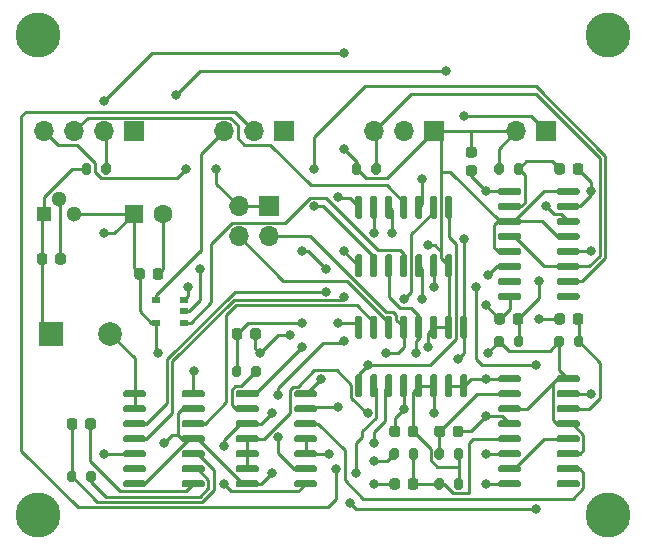
<source format=gtl>
G04 #@! TF.GenerationSoftware,KiCad,Pcbnew,(5.1.10-1-10_14)*
G04 #@! TF.CreationDate,2021-06-28T15:59:20-07:00*
G04 #@! TF.ProjectId,qiroll PAS digital logic,7169726f-6c6c-4205-9041-532064696769,rev?*
G04 #@! TF.SameCoordinates,Original*
G04 #@! TF.FileFunction,Copper,L1,Top*
G04 #@! TF.FilePolarity,Positive*
%FSLAX46Y46*%
G04 Gerber Fmt 4.6, Leading zero omitted, Abs format (unit mm)*
G04 Created by KiCad (PCBNEW (5.1.10-1-10_14)) date 2021-06-28 15:59:20*
%MOMM*%
%LPD*%
G01*
G04 APERTURE LIST*
G04 #@! TA.AperFunction,ComponentPad*
%ADD10C,3.800000*%
G04 #@! TD*
G04 #@! TA.AperFunction,ComponentPad*
%ADD11O,1.700000X1.700000*%
G04 #@! TD*
G04 #@! TA.AperFunction,ComponentPad*
%ADD12R,1.700000X1.700000*%
G04 #@! TD*
G04 #@! TA.AperFunction,SMDPad,CuDef*
%ADD13R,0.700000X0.510000*%
G04 #@! TD*
G04 #@! TA.AperFunction,ComponentPad*
%ADD14R,1.300000X1.300000*%
G04 #@! TD*
G04 #@! TA.AperFunction,ComponentPad*
%ADD15C,1.300000*%
G04 #@! TD*
G04 #@! TA.AperFunction,ComponentPad*
%ADD16C,1.600000*%
G04 #@! TD*
G04 #@! TA.AperFunction,ComponentPad*
%ADD17R,1.600000X1.600000*%
G04 #@! TD*
G04 #@! TA.AperFunction,ComponentPad*
%ADD18C,2.000000*%
G04 #@! TD*
G04 #@! TA.AperFunction,ComponentPad*
%ADD19R,2.000000X2.000000*%
G04 #@! TD*
G04 #@! TA.AperFunction,ViaPad*
%ADD20C,0.800000*%
G04 #@! TD*
G04 #@! TA.AperFunction,Conductor*
%ADD21C,0.250000*%
G04 #@! TD*
G04 APERTURE END LIST*
D10*
G04 #@! TO.P,H4,1*
G04 #@! TO.N,GND*
X113792000Y-85852000D03*
G04 #@! TD*
G04 #@! TO.P,H3,1*
G04 #@! TO.N,GND*
X162052000Y-85852000D03*
G04 #@! TD*
G04 #@! TO.P,H2,1*
G04 #@! TO.N,GND*
X113792000Y-45212000D03*
G04 #@! TD*
G04 #@! TO.P,H1,1*
G04 #@! TO.N,GND*
X162052000Y-45212000D03*
G04 #@! TD*
D11*
G04 #@! TO.P,J5,4*
G04 #@! TO.N,Net-(J5-Pad4)*
X130810000Y-62230000D03*
G04 #@! TO.P,J5,3*
G04 #@! TO.N,Net-(J2-Pad4)*
X130810000Y-59690000D03*
G04 #@! TO.P,J5,2*
G04 #@! TO.N,Net-(J5-Pad2)*
X133350000Y-62230000D03*
D12*
G04 #@! TO.P,J5,1*
G04 #@! TO.N,Net-(J2-Pad4)*
X133350000Y-59690000D03*
G04 #@! TD*
G04 #@! TO.P,U1,16*
G04 #@! TO.N,VCC*
G04 #@! TA.AperFunction,SMDPad,CuDef*
G36*
G01*
X157710000Y-58570000D02*
X157710000Y-58270000D01*
G75*
G02*
X157860000Y-58120000I150000J0D01*
G01*
X159510000Y-58120000D01*
G75*
G02*
X159660000Y-58270000I0J-150000D01*
G01*
X159660000Y-58570000D01*
G75*
G02*
X159510000Y-58720000I-150000J0D01*
G01*
X157860000Y-58720000D01*
G75*
G02*
X157710000Y-58570000I0J150000D01*
G01*
G37*
G04 #@! TD.AperFunction*
G04 #@! TO.P,U1,15*
G04 #@! TO.N,GND*
G04 #@! TA.AperFunction,SMDPad,CuDef*
G36*
G01*
X157710000Y-59840000D02*
X157710000Y-59540000D01*
G75*
G02*
X157860000Y-59390000I150000J0D01*
G01*
X159510000Y-59390000D01*
G75*
G02*
X159660000Y-59540000I0J-150000D01*
G01*
X159660000Y-59840000D01*
G75*
G02*
X159510000Y-59990000I-150000J0D01*
G01*
X157860000Y-59990000D01*
G75*
G02*
X157710000Y-59840000I0J150000D01*
G01*
G37*
G04 #@! TD.AperFunction*
G04 #@! TO.P,U1,14*
G04 #@! TO.N,Net-(C2-Pad1)*
G04 #@! TA.AperFunction,SMDPad,CuDef*
G36*
G01*
X157710000Y-61110000D02*
X157710000Y-60810000D01*
G75*
G02*
X157860000Y-60660000I150000J0D01*
G01*
X159510000Y-60660000D01*
G75*
G02*
X159660000Y-60810000I0J-150000D01*
G01*
X159660000Y-61110000D01*
G75*
G02*
X159510000Y-61260000I-150000J0D01*
G01*
X157860000Y-61260000D01*
G75*
G02*
X157710000Y-61110000I0J150000D01*
G01*
G37*
G04 #@! TD.AperFunction*
G04 #@! TO.P,U1,13*
G04 #@! TO.N,VCC*
G04 #@! TA.AperFunction,SMDPad,CuDef*
G36*
G01*
X157710000Y-62380000D02*
X157710000Y-62080000D01*
G75*
G02*
X157860000Y-61930000I150000J0D01*
G01*
X159510000Y-61930000D01*
G75*
G02*
X159660000Y-62080000I0J-150000D01*
G01*
X159660000Y-62380000D01*
G75*
G02*
X159510000Y-62530000I-150000J0D01*
G01*
X157860000Y-62530000D01*
G75*
G02*
X157710000Y-62380000I0J150000D01*
G01*
G37*
G04 #@! TD.AperFunction*
G04 #@! TO.P,U1,12*
G04 #@! TO.N,GND*
G04 #@! TA.AperFunction,SMDPad,CuDef*
G36*
G01*
X157710000Y-63650000D02*
X157710000Y-63350000D01*
G75*
G02*
X157860000Y-63200000I150000J0D01*
G01*
X159510000Y-63200000D01*
G75*
G02*
X159660000Y-63350000I0J-150000D01*
G01*
X159660000Y-63650000D01*
G75*
G02*
X159510000Y-63800000I-150000J0D01*
G01*
X157860000Y-63800000D01*
G75*
G02*
X157710000Y-63650000I0J150000D01*
G01*
G37*
G04 #@! TD.AperFunction*
G04 #@! TO.P,U1,11*
G04 #@! TO.N,Net-(J3-Pad3)*
G04 #@! TA.AperFunction,SMDPad,CuDef*
G36*
G01*
X157710000Y-64920000D02*
X157710000Y-64620000D01*
G75*
G02*
X157860000Y-64470000I150000J0D01*
G01*
X159510000Y-64470000D01*
G75*
G02*
X159660000Y-64620000I0J-150000D01*
G01*
X159660000Y-64920000D01*
G75*
G02*
X159510000Y-65070000I-150000J0D01*
G01*
X157860000Y-65070000D01*
G75*
G02*
X157710000Y-64920000I0J150000D01*
G01*
G37*
G04 #@! TD.AperFunction*
G04 #@! TO.P,U1,10*
G04 #@! TO.N,Net-(U1-Pad10)*
G04 #@! TA.AperFunction,SMDPad,CuDef*
G36*
G01*
X157710000Y-66190000D02*
X157710000Y-65890000D01*
G75*
G02*
X157860000Y-65740000I150000J0D01*
G01*
X159510000Y-65740000D01*
G75*
G02*
X159660000Y-65890000I0J-150000D01*
G01*
X159660000Y-66190000D01*
G75*
G02*
X159510000Y-66340000I-150000J0D01*
G01*
X157860000Y-66340000D01*
G75*
G02*
X157710000Y-66190000I0J150000D01*
G01*
G37*
G04 #@! TD.AperFunction*
G04 #@! TO.P,U1,9*
G04 #@! TO.N,Net-(U1-Pad9)*
G04 #@! TA.AperFunction,SMDPad,CuDef*
G36*
G01*
X157710000Y-67460000D02*
X157710000Y-67160000D01*
G75*
G02*
X157860000Y-67010000I150000J0D01*
G01*
X159510000Y-67010000D01*
G75*
G02*
X159660000Y-67160000I0J-150000D01*
G01*
X159660000Y-67460000D01*
G75*
G02*
X159510000Y-67610000I-150000J0D01*
G01*
X157860000Y-67610000D01*
G75*
G02*
X157710000Y-67460000I0J150000D01*
G01*
G37*
G04 #@! TD.AperFunction*
G04 #@! TO.P,U1,8*
G04 #@! TO.N,GND*
G04 #@! TA.AperFunction,SMDPad,CuDef*
G36*
G01*
X152760000Y-67460000D02*
X152760000Y-67160000D01*
G75*
G02*
X152910000Y-67010000I150000J0D01*
G01*
X154560000Y-67010000D01*
G75*
G02*
X154710000Y-67160000I0J-150000D01*
G01*
X154710000Y-67460000D01*
G75*
G02*
X154560000Y-67610000I-150000J0D01*
G01*
X152910000Y-67610000D01*
G75*
G02*
X152760000Y-67460000I0J150000D01*
G01*
G37*
G04 #@! TD.AperFunction*
G04 #@! TO.P,U1,7*
G04 #@! TO.N,Net-(U1-Pad7)*
G04 #@! TA.AperFunction,SMDPad,CuDef*
G36*
G01*
X152760000Y-66190000D02*
X152760000Y-65890000D01*
G75*
G02*
X152910000Y-65740000I150000J0D01*
G01*
X154560000Y-65740000D01*
G75*
G02*
X154710000Y-65890000I0J-150000D01*
G01*
X154710000Y-66190000D01*
G75*
G02*
X154560000Y-66340000I-150000J0D01*
G01*
X152910000Y-66340000D01*
G75*
G02*
X152760000Y-66190000I0J150000D01*
G01*
G37*
G04 #@! TD.AperFunction*
G04 #@! TO.P,U1,6*
G04 #@! TO.N,Net-(U1-Pad6)*
G04 #@! TA.AperFunction,SMDPad,CuDef*
G36*
G01*
X152760000Y-64920000D02*
X152760000Y-64620000D01*
G75*
G02*
X152910000Y-64470000I150000J0D01*
G01*
X154560000Y-64470000D01*
G75*
G02*
X154710000Y-64620000I0J-150000D01*
G01*
X154710000Y-64920000D01*
G75*
G02*
X154560000Y-65070000I-150000J0D01*
G01*
X152910000Y-65070000D01*
G75*
G02*
X152760000Y-64920000I0J150000D01*
G01*
G37*
G04 #@! TD.AperFunction*
G04 #@! TO.P,U1,5*
G04 #@! TO.N,VCC*
G04 #@! TA.AperFunction,SMDPad,CuDef*
G36*
G01*
X152760000Y-63650000D02*
X152760000Y-63350000D01*
G75*
G02*
X152910000Y-63200000I150000J0D01*
G01*
X154560000Y-63200000D01*
G75*
G02*
X154710000Y-63350000I0J-150000D01*
G01*
X154710000Y-63650000D01*
G75*
G02*
X154560000Y-63800000I-150000J0D01*
G01*
X152910000Y-63800000D01*
G75*
G02*
X152760000Y-63650000I0J150000D01*
G01*
G37*
G04 #@! TD.AperFunction*
G04 #@! TO.P,U1,4*
G04 #@! TO.N,Net-(J3-Pad3)*
G04 #@! TA.AperFunction,SMDPad,CuDef*
G36*
G01*
X152760000Y-62380000D02*
X152760000Y-62080000D01*
G75*
G02*
X152910000Y-61930000I150000J0D01*
G01*
X154560000Y-61930000D01*
G75*
G02*
X154710000Y-62080000I0J-150000D01*
G01*
X154710000Y-62380000D01*
G75*
G02*
X154560000Y-62530000I-150000J0D01*
G01*
X152910000Y-62530000D01*
G75*
G02*
X152760000Y-62380000I0J150000D01*
G01*
G37*
G04 #@! TD.AperFunction*
G04 #@! TO.P,U1,3*
G04 #@! TO.N,VCC*
G04 #@! TA.AperFunction,SMDPad,CuDef*
G36*
G01*
X152760000Y-61110000D02*
X152760000Y-60810000D01*
G75*
G02*
X152910000Y-60660000I150000J0D01*
G01*
X154560000Y-60660000D01*
G75*
G02*
X154710000Y-60810000I0J-150000D01*
G01*
X154710000Y-61110000D01*
G75*
G02*
X154560000Y-61260000I-150000J0D01*
G01*
X152910000Y-61260000D01*
G75*
G02*
X152760000Y-61110000I0J150000D01*
G01*
G37*
G04 #@! TD.AperFunction*
G04 #@! TO.P,U1,2*
G04 #@! TO.N,Net-(C1-Pad1)*
G04 #@! TA.AperFunction,SMDPad,CuDef*
G36*
G01*
X152760000Y-59840000D02*
X152760000Y-59540000D01*
G75*
G02*
X152910000Y-59390000I150000J0D01*
G01*
X154560000Y-59390000D01*
G75*
G02*
X154710000Y-59540000I0J-150000D01*
G01*
X154710000Y-59840000D01*
G75*
G02*
X154560000Y-59990000I-150000J0D01*
G01*
X152910000Y-59990000D01*
G75*
G02*
X152760000Y-59840000I0J150000D01*
G01*
G37*
G04 #@! TD.AperFunction*
G04 #@! TO.P,U1,1*
G04 #@! TO.N,GND*
G04 #@! TA.AperFunction,SMDPad,CuDef*
G36*
G01*
X152760000Y-58570000D02*
X152760000Y-58270000D01*
G75*
G02*
X152910000Y-58120000I150000J0D01*
G01*
X154560000Y-58120000D01*
G75*
G02*
X154710000Y-58270000I0J-150000D01*
G01*
X154710000Y-58570000D01*
G75*
G02*
X154560000Y-58720000I-150000J0D01*
G01*
X152910000Y-58720000D01*
G75*
G02*
X152760000Y-58570000I0J150000D01*
G01*
G37*
G04 #@! TD.AperFunction*
G04 #@! TD*
G04 #@! TO.P,R10,2*
G04 #@! TO.N,Net-(J2-Pad2)*
G04 #@! TA.AperFunction,SMDPad,CuDef*
G36*
G01*
X119170000Y-56790000D02*
X119170000Y-56240000D01*
G75*
G02*
X119370000Y-56040000I200000J0D01*
G01*
X119770000Y-56040000D01*
G75*
G02*
X119970000Y-56240000I0J-200000D01*
G01*
X119970000Y-56790000D01*
G75*
G02*
X119770000Y-56990000I-200000J0D01*
G01*
X119370000Y-56990000D01*
G75*
G02*
X119170000Y-56790000I0J200000D01*
G01*
G37*
G04 #@! TD.AperFunction*
G04 #@! TO.P,R10,1*
G04 #@! TO.N,Net-(C6-Pad1)*
G04 #@! TA.AperFunction,SMDPad,CuDef*
G36*
G01*
X117520000Y-56790000D02*
X117520000Y-56240000D01*
G75*
G02*
X117720000Y-56040000I200000J0D01*
G01*
X118120000Y-56040000D01*
G75*
G02*
X118320000Y-56240000I0J-200000D01*
G01*
X118320000Y-56790000D01*
G75*
G02*
X118120000Y-56990000I-200000J0D01*
G01*
X117720000Y-56990000D01*
G75*
G02*
X117520000Y-56790000I0J200000D01*
G01*
G37*
G04 #@! TD.AperFunction*
G04 #@! TD*
D13*
G04 #@! TO.P,U8,5*
G04 #@! TO.N,VCC*
X123808000Y-69530000D03*
G04 #@! TO.P,U8,4*
G04 #@! TO.N,Net-(J1-Pad3)*
X123808000Y-67630000D03*
G04 #@! TO.P,U8,3*
G04 #@! TO.N,GND*
X126128000Y-67630000D03*
G04 #@! TO.P,U8,2*
G04 #@! TO.N,Net-(U6-Pad3)*
X126128000Y-68580000D03*
G04 #@! TO.P,U8,1*
G04 #@! TO.N,RGN_FLSH_2*
X126128000Y-69530000D03*
G04 #@! TD*
G04 #@! TO.P,U7,14*
G04 #@! TO.N,VCC*
G04 #@! TA.AperFunction,SMDPad,CuDef*
G36*
G01*
X122960000Y-83035000D02*
X122960000Y-83335000D01*
G75*
G02*
X122810000Y-83485000I-150000J0D01*
G01*
X121160000Y-83485000D01*
G75*
G02*
X121010000Y-83335000I0J150000D01*
G01*
X121010000Y-83035000D01*
G75*
G02*
X121160000Y-82885000I150000J0D01*
G01*
X122810000Y-82885000D01*
G75*
G02*
X122960000Y-83035000I0J-150000D01*
G01*
G37*
G04 #@! TD.AperFunction*
G04 #@! TO.P,U7,13*
G04 #@! TO.N,Net-(U7-Pad13)*
G04 #@! TA.AperFunction,SMDPad,CuDef*
G36*
G01*
X122960000Y-81765000D02*
X122960000Y-82065000D01*
G75*
G02*
X122810000Y-82215000I-150000J0D01*
G01*
X121160000Y-82215000D01*
G75*
G02*
X121010000Y-82065000I0J150000D01*
G01*
X121010000Y-81765000D01*
G75*
G02*
X121160000Y-81615000I150000J0D01*
G01*
X122810000Y-81615000D01*
G75*
G02*
X122960000Y-81765000I0J-150000D01*
G01*
G37*
G04 #@! TD.AperFunction*
G04 #@! TO.P,U7,12*
G04 #@! TO.N,GND*
G04 #@! TA.AperFunction,SMDPad,CuDef*
G36*
G01*
X122960000Y-80495000D02*
X122960000Y-80795000D01*
G75*
G02*
X122810000Y-80945000I-150000J0D01*
G01*
X121160000Y-80945000D01*
G75*
G02*
X121010000Y-80795000I0J150000D01*
G01*
X121010000Y-80495000D01*
G75*
G02*
X121160000Y-80345000I150000J0D01*
G01*
X122810000Y-80345000D01*
G75*
G02*
X122960000Y-80495000I0J-150000D01*
G01*
G37*
G04 #@! TD.AperFunction*
G04 #@! TO.P,U7,11*
G04 #@! TO.N,RGN_FLSH*
G04 #@! TA.AperFunction,SMDPad,CuDef*
G36*
G01*
X122960000Y-79225000D02*
X122960000Y-79525000D01*
G75*
G02*
X122810000Y-79675000I-150000J0D01*
G01*
X121160000Y-79675000D01*
G75*
G02*
X121010000Y-79525000I0J150000D01*
G01*
X121010000Y-79225000D01*
G75*
G02*
X121160000Y-79075000I150000J0D01*
G01*
X122810000Y-79075000D01*
G75*
G02*
X122960000Y-79225000I0J-150000D01*
G01*
G37*
G04 #@! TD.AperFunction*
G04 #@! TO.P,U7,10*
G04 #@! TO.N,Net-(U6-Pad13)*
G04 #@! TA.AperFunction,SMDPad,CuDef*
G36*
G01*
X122960000Y-77955000D02*
X122960000Y-78255000D01*
G75*
G02*
X122810000Y-78405000I-150000J0D01*
G01*
X121160000Y-78405000D01*
G75*
G02*
X121010000Y-78255000I0J150000D01*
G01*
X121010000Y-77955000D01*
G75*
G02*
X121160000Y-77805000I150000J0D01*
G01*
X122810000Y-77805000D01*
G75*
G02*
X122960000Y-77955000I0J-150000D01*
G01*
G37*
G04 #@! TD.AperFunction*
G04 #@! TO.P,U7,9*
G04 #@! TO.N,GND*
G04 #@! TA.AperFunction,SMDPad,CuDef*
G36*
G01*
X122960000Y-76685000D02*
X122960000Y-76985000D01*
G75*
G02*
X122810000Y-77135000I-150000J0D01*
G01*
X121160000Y-77135000D01*
G75*
G02*
X121010000Y-76985000I0J150000D01*
G01*
X121010000Y-76685000D01*
G75*
G02*
X121160000Y-76535000I150000J0D01*
G01*
X122810000Y-76535000D01*
G75*
G02*
X122960000Y-76685000I0J-150000D01*
G01*
G37*
G04 #@! TD.AperFunction*
G04 #@! TO.P,U7,8*
G04 #@! TA.AperFunction,SMDPad,CuDef*
G36*
G01*
X122960000Y-75415000D02*
X122960000Y-75715000D01*
G75*
G02*
X122810000Y-75865000I-150000J0D01*
G01*
X121160000Y-75865000D01*
G75*
G02*
X121010000Y-75715000I0J150000D01*
G01*
X121010000Y-75415000D01*
G75*
G02*
X121160000Y-75265000I150000J0D01*
G01*
X122810000Y-75265000D01*
G75*
G02*
X122960000Y-75415000I0J-150000D01*
G01*
G37*
G04 #@! TD.AperFunction*
G04 #@! TO.P,U7,7*
G04 #@! TA.AperFunction,SMDPad,CuDef*
G36*
G01*
X127910000Y-75415000D02*
X127910000Y-75715000D01*
G75*
G02*
X127760000Y-75865000I-150000J0D01*
G01*
X126110000Y-75865000D01*
G75*
G02*
X125960000Y-75715000I0J150000D01*
G01*
X125960000Y-75415000D01*
G75*
G02*
X126110000Y-75265000I150000J0D01*
G01*
X127760000Y-75265000D01*
G75*
G02*
X127910000Y-75415000I0J-150000D01*
G01*
G37*
G04 #@! TD.AperFunction*
G04 #@! TO.P,U7,6*
G04 #@! TO.N,VCC*
G04 #@! TA.AperFunction,SMDPad,CuDef*
G36*
G01*
X127910000Y-76685000D02*
X127910000Y-76985000D01*
G75*
G02*
X127760000Y-77135000I-150000J0D01*
G01*
X126110000Y-77135000D01*
G75*
G02*
X125960000Y-76985000I0J150000D01*
G01*
X125960000Y-76685000D01*
G75*
G02*
X126110000Y-76535000I150000J0D01*
G01*
X127760000Y-76535000D01*
G75*
G02*
X127910000Y-76685000I0J-150000D01*
G01*
G37*
G04 #@! TD.AperFunction*
G04 #@! TO.P,U7,5*
G04 #@! TO.N,Net-(U3-Pad15)*
G04 #@! TA.AperFunction,SMDPad,CuDef*
G36*
G01*
X127910000Y-77955000D02*
X127910000Y-78255000D01*
G75*
G02*
X127760000Y-78405000I-150000J0D01*
G01*
X126110000Y-78405000D01*
G75*
G02*
X125960000Y-78255000I0J150000D01*
G01*
X125960000Y-77955000D01*
G75*
G02*
X126110000Y-77805000I150000J0D01*
G01*
X127760000Y-77805000D01*
G75*
G02*
X127910000Y-77955000I0J-150000D01*
G01*
G37*
G04 #@! TD.AperFunction*
G04 #@! TO.P,U7,4*
G04 #@! TO.N,VCC*
G04 #@! TA.AperFunction,SMDPad,CuDef*
G36*
G01*
X127910000Y-79225000D02*
X127910000Y-79525000D01*
G75*
G02*
X127760000Y-79675000I-150000J0D01*
G01*
X126110000Y-79675000D01*
G75*
G02*
X125960000Y-79525000I0J150000D01*
G01*
X125960000Y-79225000D01*
G75*
G02*
X126110000Y-79075000I150000J0D01*
G01*
X127760000Y-79075000D01*
G75*
G02*
X127910000Y-79225000I0J-150000D01*
G01*
G37*
G04 #@! TD.AperFunction*
G04 #@! TO.P,U7,3*
G04 #@! TO.N,Net-(C10-Pad2)*
G04 #@! TA.AperFunction,SMDPad,CuDef*
G36*
G01*
X127910000Y-80495000D02*
X127910000Y-80795000D01*
G75*
G02*
X127760000Y-80945000I-150000J0D01*
G01*
X126110000Y-80945000D01*
G75*
G02*
X125960000Y-80795000I0J150000D01*
G01*
X125960000Y-80495000D01*
G75*
G02*
X126110000Y-80345000I150000J0D01*
G01*
X127760000Y-80345000D01*
G75*
G02*
X127910000Y-80495000I0J-150000D01*
G01*
G37*
G04 #@! TD.AperFunction*
G04 #@! TO.P,U7,2*
G04 #@! TO.N,Net-(R8-Pad2)*
G04 #@! TA.AperFunction,SMDPad,CuDef*
G36*
G01*
X127910000Y-81765000D02*
X127910000Y-82065000D01*
G75*
G02*
X127760000Y-82215000I-150000J0D01*
G01*
X126110000Y-82215000D01*
G75*
G02*
X125960000Y-82065000I0J150000D01*
G01*
X125960000Y-81765000D01*
G75*
G02*
X126110000Y-81615000I150000J0D01*
G01*
X127760000Y-81615000D01*
G75*
G02*
X127910000Y-81765000I0J-150000D01*
G01*
G37*
G04 #@! TD.AperFunction*
G04 #@! TO.P,U7,1*
G04 #@! TO.N,Net-(C10-Pad1)*
G04 #@! TA.AperFunction,SMDPad,CuDef*
G36*
G01*
X127910000Y-83035000D02*
X127910000Y-83335000D01*
G75*
G02*
X127760000Y-83485000I-150000J0D01*
G01*
X126110000Y-83485000D01*
G75*
G02*
X125960000Y-83335000I0J150000D01*
G01*
X125960000Y-83035000D01*
G75*
G02*
X126110000Y-82885000I150000J0D01*
G01*
X127760000Y-82885000D01*
G75*
G02*
X127910000Y-83035000I0J-150000D01*
G01*
G37*
G04 #@! TD.AperFunction*
G04 #@! TD*
G04 #@! TO.P,U6,14*
G04 #@! TO.N,VCC*
G04 #@! TA.AperFunction,SMDPad,CuDef*
G36*
G01*
X148440000Y-63730000D02*
X148740000Y-63730000D01*
G75*
G02*
X148890000Y-63880000I0J-150000D01*
G01*
X148890000Y-65530000D01*
G75*
G02*
X148740000Y-65680000I-150000J0D01*
G01*
X148440000Y-65680000D01*
G75*
G02*
X148290000Y-65530000I0J150000D01*
G01*
X148290000Y-63880000D01*
G75*
G02*
X148440000Y-63730000I150000J0D01*
G01*
G37*
G04 #@! TD.AperFunction*
G04 #@! TO.P,U6,13*
G04 #@! TO.N,Net-(U6-Pad13)*
G04 #@! TA.AperFunction,SMDPad,CuDef*
G36*
G01*
X147170000Y-63730000D02*
X147470000Y-63730000D01*
G75*
G02*
X147620000Y-63880000I0J-150000D01*
G01*
X147620000Y-65530000D01*
G75*
G02*
X147470000Y-65680000I-150000J0D01*
G01*
X147170000Y-65680000D01*
G75*
G02*
X147020000Y-65530000I0J150000D01*
G01*
X147020000Y-63880000D01*
G75*
G02*
X147170000Y-63730000I150000J0D01*
G01*
G37*
G04 #@! TD.AperFunction*
G04 #@! TO.P,U6,12*
G04 #@! TO.N,PAS_OFF*
G04 #@! TA.AperFunction,SMDPad,CuDef*
G36*
G01*
X145900000Y-63730000D02*
X146200000Y-63730000D01*
G75*
G02*
X146350000Y-63880000I0J-150000D01*
G01*
X146350000Y-65530000D01*
G75*
G02*
X146200000Y-65680000I-150000J0D01*
G01*
X145900000Y-65680000D01*
G75*
G02*
X145750000Y-65530000I0J150000D01*
G01*
X145750000Y-63880000D01*
G75*
G02*
X145900000Y-63730000I150000J0D01*
G01*
G37*
G04 #@! TD.AperFunction*
G04 #@! TO.P,U6,11*
G04 #@! TO.N,RGN_FLSH_2*
G04 #@! TA.AperFunction,SMDPad,CuDef*
G36*
G01*
X144630000Y-63730000D02*
X144930000Y-63730000D01*
G75*
G02*
X145080000Y-63880000I0J-150000D01*
G01*
X145080000Y-65530000D01*
G75*
G02*
X144930000Y-65680000I-150000J0D01*
G01*
X144630000Y-65680000D01*
G75*
G02*
X144480000Y-65530000I0J150000D01*
G01*
X144480000Y-63880000D01*
G75*
G02*
X144630000Y-63730000I150000J0D01*
G01*
G37*
G04 #@! TD.AperFunction*
G04 #@! TO.P,U6,10*
G04 #@! TO.N,PEDAL*
G04 #@! TA.AperFunction,SMDPad,CuDef*
G36*
G01*
X143360000Y-63730000D02*
X143660000Y-63730000D01*
G75*
G02*
X143810000Y-63880000I0J-150000D01*
G01*
X143810000Y-65530000D01*
G75*
G02*
X143660000Y-65680000I-150000J0D01*
G01*
X143360000Y-65680000D01*
G75*
G02*
X143210000Y-65530000I0J150000D01*
G01*
X143210000Y-63880000D01*
G75*
G02*
X143360000Y-63730000I150000J0D01*
G01*
G37*
G04 #@! TD.AperFunction*
G04 #@! TO.P,U6,9*
G04 #@! TO.N,Net-(U1-Pad10)*
G04 #@! TA.AperFunction,SMDPad,CuDef*
G36*
G01*
X142090000Y-63730000D02*
X142390000Y-63730000D01*
G75*
G02*
X142540000Y-63880000I0J-150000D01*
G01*
X142540000Y-65530000D01*
G75*
G02*
X142390000Y-65680000I-150000J0D01*
G01*
X142090000Y-65680000D01*
G75*
G02*
X141940000Y-65530000I0J150000D01*
G01*
X141940000Y-63880000D01*
G75*
G02*
X142090000Y-63730000I150000J0D01*
G01*
G37*
G04 #@! TD.AperFunction*
G04 #@! TO.P,U6,8*
G04 #@! TO.N,Net-(U1-Pad6)*
G04 #@! TA.AperFunction,SMDPad,CuDef*
G36*
G01*
X140820000Y-63730000D02*
X141120000Y-63730000D01*
G75*
G02*
X141270000Y-63880000I0J-150000D01*
G01*
X141270000Y-65530000D01*
G75*
G02*
X141120000Y-65680000I-150000J0D01*
G01*
X140820000Y-65680000D01*
G75*
G02*
X140670000Y-65530000I0J150000D01*
G01*
X140670000Y-63880000D01*
G75*
G02*
X140820000Y-63730000I150000J0D01*
G01*
G37*
G04 #@! TD.AperFunction*
G04 #@! TO.P,U6,7*
G04 #@! TO.N,GND*
G04 #@! TA.AperFunction,SMDPad,CuDef*
G36*
G01*
X140820000Y-58780000D02*
X141120000Y-58780000D01*
G75*
G02*
X141270000Y-58930000I0J-150000D01*
G01*
X141270000Y-60580000D01*
G75*
G02*
X141120000Y-60730000I-150000J0D01*
G01*
X140820000Y-60730000D01*
G75*
G02*
X140670000Y-60580000I0J150000D01*
G01*
X140670000Y-58930000D01*
G75*
G02*
X140820000Y-58780000I150000J0D01*
G01*
G37*
G04 #@! TD.AperFunction*
G04 #@! TO.P,U6,6*
G04 #@! TO.N,Net-(U2-Pad1)*
G04 #@! TA.AperFunction,SMDPad,CuDef*
G36*
G01*
X142090000Y-58780000D02*
X142390000Y-58780000D01*
G75*
G02*
X142540000Y-58930000I0J-150000D01*
G01*
X142540000Y-60580000D01*
G75*
G02*
X142390000Y-60730000I-150000J0D01*
G01*
X142090000Y-60730000D01*
G75*
G02*
X141940000Y-60580000I0J150000D01*
G01*
X141940000Y-58930000D01*
G75*
G02*
X142090000Y-58780000I150000J0D01*
G01*
G37*
G04 #@! TD.AperFunction*
G04 #@! TO.P,U6,5*
G04 #@! TO.N,Net-(C11-Pad2)*
G04 #@! TA.AperFunction,SMDPad,CuDef*
G36*
G01*
X143360000Y-58780000D02*
X143660000Y-58780000D01*
G75*
G02*
X143810000Y-58930000I0J-150000D01*
G01*
X143810000Y-60580000D01*
G75*
G02*
X143660000Y-60730000I-150000J0D01*
G01*
X143360000Y-60730000D01*
G75*
G02*
X143210000Y-60580000I0J150000D01*
G01*
X143210000Y-58930000D01*
G75*
G02*
X143360000Y-58780000I150000J0D01*
G01*
G37*
G04 #@! TD.AperFunction*
G04 #@! TO.P,U6,4*
G04 #@! TO.N,Net-(J2-Pad3)*
G04 #@! TA.AperFunction,SMDPad,CuDef*
G36*
G01*
X144630000Y-58780000D02*
X144930000Y-58780000D01*
G75*
G02*
X145080000Y-58930000I0J-150000D01*
G01*
X145080000Y-60580000D01*
G75*
G02*
X144930000Y-60730000I-150000J0D01*
G01*
X144630000Y-60730000D01*
G75*
G02*
X144480000Y-60580000I0J150000D01*
G01*
X144480000Y-58930000D01*
G75*
G02*
X144630000Y-58780000I150000J0D01*
G01*
G37*
G04 #@! TD.AperFunction*
G04 #@! TO.P,U6,3*
G04 #@! TO.N,Net-(U6-Pad3)*
G04 #@! TA.AperFunction,SMDPad,CuDef*
G36*
G01*
X145900000Y-58780000D02*
X146200000Y-58780000D01*
G75*
G02*
X146350000Y-58930000I0J-150000D01*
G01*
X146350000Y-60580000D01*
G75*
G02*
X146200000Y-60730000I-150000J0D01*
G01*
X145900000Y-60730000D01*
G75*
G02*
X145750000Y-60580000I0J150000D01*
G01*
X145750000Y-58930000D01*
G75*
G02*
X145900000Y-58780000I150000J0D01*
G01*
G37*
G04 #@! TD.AperFunction*
G04 #@! TO.P,U6,2*
G04 #@! TO.N,RGN_FLSH*
G04 #@! TA.AperFunction,SMDPad,CuDef*
G36*
G01*
X147170000Y-58780000D02*
X147470000Y-58780000D01*
G75*
G02*
X147620000Y-58930000I0J-150000D01*
G01*
X147620000Y-60580000D01*
G75*
G02*
X147470000Y-60730000I-150000J0D01*
G01*
X147170000Y-60730000D01*
G75*
G02*
X147020000Y-60580000I0J150000D01*
G01*
X147020000Y-58930000D01*
G75*
G02*
X147170000Y-58780000I150000J0D01*
G01*
G37*
G04 #@! TD.AperFunction*
G04 #@! TO.P,U6,1*
G04 #@! TO.N,PAS_ON*
G04 #@! TA.AperFunction,SMDPad,CuDef*
G36*
G01*
X148440000Y-58780000D02*
X148740000Y-58780000D01*
G75*
G02*
X148890000Y-58930000I0J-150000D01*
G01*
X148890000Y-60580000D01*
G75*
G02*
X148740000Y-60730000I-150000J0D01*
G01*
X148440000Y-60730000D01*
G75*
G02*
X148290000Y-60580000I0J150000D01*
G01*
X148290000Y-58930000D01*
G75*
G02*
X148440000Y-58780000I150000J0D01*
G01*
G37*
G04 #@! TD.AperFunction*
G04 #@! TD*
D14*
G04 #@! TO.P,U5,1*
G04 #@! TO.N,Net-(C6-Pad1)*
X114300000Y-60325000D03*
D15*
G04 #@! TO.P,U5,3*
G04 #@! TO.N,VCC*
X116840000Y-60325000D03*
G04 #@! TO.P,U5,2*
G04 #@! TO.N,GND*
X115570000Y-59055000D03*
G04 #@! TD*
G04 #@! TO.P,U4,16*
G04 #@! TO.N,VCC*
G04 #@! TA.AperFunction,SMDPad,CuDef*
G36*
G01*
X157710000Y-74445000D02*
X157710000Y-74145000D01*
G75*
G02*
X157860000Y-73995000I150000J0D01*
G01*
X159510000Y-73995000D01*
G75*
G02*
X159660000Y-74145000I0J-150000D01*
G01*
X159660000Y-74445000D01*
G75*
G02*
X159510000Y-74595000I-150000J0D01*
G01*
X157860000Y-74595000D01*
G75*
G02*
X157710000Y-74445000I0J150000D01*
G01*
G37*
G04 #@! TD.AperFunction*
G04 #@! TO.P,U4,15*
G04 #@! TO.N,GND*
G04 #@! TA.AperFunction,SMDPad,CuDef*
G36*
G01*
X157710000Y-75715000D02*
X157710000Y-75415000D01*
G75*
G02*
X157860000Y-75265000I150000J0D01*
G01*
X159510000Y-75265000D01*
G75*
G02*
X159660000Y-75415000I0J-150000D01*
G01*
X159660000Y-75715000D01*
G75*
G02*
X159510000Y-75865000I-150000J0D01*
G01*
X157860000Y-75865000D01*
G75*
G02*
X157710000Y-75715000I0J150000D01*
G01*
G37*
G04 #@! TD.AperFunction*
G04 #@! TO.P,U4,14*
G04 #@! TO.N,Net-(C4-Pad1)*
G04 #@! TA.AperFunction,SMDPad,CuDef*
G36*
G01*
X157710000Y-76985000D02*
X157710000Y-76685000D01*
G75*
G02*
X157860000Y-76535000I150000J0D01*
G01*
X159510000Y-76535000D01*
G75*
G02*
X159660000Y-76685000I0J-150000D01*
G01*
X159660000Y-76985000D01*
G75*
G02*
X159510000Y-77135000I-150000J0D01*
G01*
X157860000Y-77135000D01*
G75*
G02*
X157710000Y-76985000I0J150000D01*
G01*
G37*
G04 #@! TD.AperFunction*
G04 #@! TO.P,U4,13*
G04 #@! TO.N,VCC*
G04 #@! TA.AperFunction,SMDPad,CuDef*
G36*
G01*
X157710000Y-78255000D02*
X157710000Y-77955000D01*
G75*
G02*
X157860000Y-77805000I150000J0D01*
G01*
X159510000Y-77805000D01*
G75*
G02*
X159660000Y-77955000I0J-150000D01*
G01*
X159660000Y-78255000D01*
G75*
G02*
X159510000Y-78405000I-150000J0D01*
G01*
X157860000Y-78405000D01*
G75*
G02*
X157710000Y-78255000I0J150000D01*
G01*
G37*
G04 #@! TD.AperFunction*
G04 #@! TO.P,U4,12*
G04 #@! TO.N,Net-(U4-Pad12)*
G04 #@! TA.AperFunction,SMDPad,CuDef*
G36*
G01*
X157710000Y-79525000D02*
X157710000Y-79225000D01*
G75*
G02*
X157860000Y-79075000I150000J0D01*
G01*
X159510000Y-79075000D01*
G75*
G02*
X159660000Y-79225000I0J-150000D01*
G01*
X159660000Y-79525000D01*
G75*
G02*
X159510000Y-79675000I-150000J0D01*
G01*
X157860000Y-79675000D01*
G75*
G02*
X157710000Y-79525000I0J150000D01*
G01*
G37*
G04 #@! TD.AperFunction*
G04 #@! TO.P,U4,11*
G04 #@! TO.N,VCC*
G04 #@! TA.AperFunction,SMDPad,CuDef*
G36*
G01*
X157710000Y-80795000D02*
X157710000Y-80495000D01*
G75*
G02*
X157860000Y-80345000I150000J0D01*
G01*
X159510000Y-80345000D01*
G75*
G02*
X159660000Y-80495000I0J-150000D01*
G01*
X159660000Y-80795000D01*
G75*
G02*
X159510000Y-80945000I-150000J0D01*
G01*
X157860000Y-80945000D01*
G75*
G02*
X157710000Y-80795000I0J150000D01*
G01*
G37*
G04 #@! TD.AperFunction*
G04 #@! TO.P,U4,10*
G04 #@! TO.N,Net-(U2-Pad5)*
G04 #@! TA.AperFunction,SMDPad,CuDef*
G36*
G01*
X157710000Y-82065000D02*
X157710000Y-81765000D01*
G75*
G02*
X157860000Y-81615000I150000J0D01*
G01*
X159510000Y-81615000D01*
G75*
G02*
X159660000Y-81765000I0J-150000D01*
G01*
X159660000Y-82065000D01*
G75*
G02*
X159510000Y-82215000I-150000J0D01*
G01*
X157860000Y-82215000D01*
G75*
G02*
X157710000Y-82065000I0J150000D01*
G01*
G37*
G04 #@! TD.AperFunction*
G04 #@! TO.P,U4,9*
G04 #@! TO.N,Net-(U4-Pad9)*
G04 #@! TA.AperFunction,SMDPad,CuDef*
G36*
G01*
X157710000Y-83335000D02*
X157710000Y-83035000D01*
G75*
G02*
X157860000Y-82885000I150000J0D01*
G01*
X159510000Y-82885000D01*
G75*
G02*
X159660000Y-83035000I0J-150000D01*
G01*
X159660000Y-83335000D01*
G75*
G02*
X159510000Y-83485000I-150000J0D01*
G01*
X157860000Y-83485000D01*
G75*
G02*
X157710000Y-83335000I0J150000D01*
G01*
G37*
G04 #@! TD.AperFunction*
G04 #@! TO.P,U4,8*
G04 #@! TO.N,GND*
G04 #@! TA.AperFunction,SMDPad,CuDef*
G36*
G01*
X152760000Y-83335000D02*
X152760000Y-83035000D01*
G75*
G02*
X152910000Y-82885000I150000J0D01*
G01*
X154560000Y-82885000D01*
G75*
G02*
X154710000Y-83035000I0J-150000D01*
G01*
X154710000Y-83335000D01*
G75*
G02*
X154560000Y-83485000I-150000J0D01*
G01*
X152910000Y-83485000D01*
G75*
G02*
X152760000Y-83335000I0J150000D01*
G01*
G37*
G04 #@! TD.AperFunction*
G04 #@! TO.P,U4,7*
G04 #@! TO.N,Net-(U4-Pad12)*
G04 #@! TA.AperFunction,SMDPad,CuDef*
G36*
G01*
X152760000Y-82065000D02*
X152760000Y-81765000D01*
G75*
G02*
X152910000Y-81615000I150000J0D01*
G01*
X154560000Y-81615000D01*
G75*
G02*
X154710000Y-81765000I0J-150000D01*
G01*
X154710000Y-82065000D01*
G75*
G02*
X154560000Y-82215000I-150000J0D01*
G01*
X152910000Y-82215000D01*
G75*
G02*
X152760000Y-82065000I0J150000D01*
G01*
G37*
G04 #@! TD.AperFunction*
G04 #@! TO.P,U4,6*
G04 #@! TO.N,Net-(U2-Pad3)*
G04 #@! TA.AperFunction,SMDPad,CuDef*
G36*
G01*
X152760000Y-80795000D02*
X152760000Y-80495000D01*
G75*
G02*
X152910000Y-80345000I150000J0D01*
G01*
X154560000Y-80345000D01*
G75*
G02*
X154710000Y-80495000I0J-150000D01*
G01*
X154710000Y-80795000D01*
G75*
G02*
X154560000Y-80945000I-150000J0D01*
G01*
X152910000Y-80945000D01*
G75*
G02*
X152760000Y-80795000I0J150000D01*
G01*
G37*
G04 #@! TD.AperFunction*
G04 #@! TO.P,U4,5*
G04 #@! TO.N,Net-(C5-Pad2)*
G04 #@! TA.AperFunction,SMDPad,CuDef*
G36*
G01*
X152760000Y-79525000D02*
X152760000Y-79225000D01*
G75*
G02*
X152910000Y-79075000I150000J0D01*
G01*
X154560000Y-79075000D01*
G75*
G02*
X154710000Y-79225000I0J-150000D01*
G01*
X154710000Y-79525000D01*
G75*
G02*
X154560000Y-79675000I-150000J0D01*
G01*
X152910000Y-79675000D01*
G75*
G02*
X152760000Y-79525000I0J150000D01*
G01*
G37*
G04 #@! TD.AperFunction*
G04 #@! TO.P,U4,4*
G04 #@! TO.N,GND*
G04 #@! TA.AperFunction,SMDPad,CuDef*
G36*
G01*
X152760000Y-78255000D02*
X152760000Y-77955000D01*
G75*
G02*
X152910000Y-77805000I150000J0D01*
G01*
X154560000Y-77805000D01*
G75*
G02*
X154710000Y-77955000I0J-150000D01*
G01*
X154710000Y-78255000D01*
G75*
G02*
X154560000Y-78405000I-150000J0D01*
G01*
X152910000Y-78405000D01*
G75*
G02*
X152760000Y-78255000I0J150000D01*
G01*
G37*
G04 #@! TD.AperFunction*
G04 #@! TO.P,U4,3*
G04 #@! TO.N,VCC*
G04 #@! TA.AperFunction,SMDPad,CuDef*
G36*
G01*
X152760000Y-76985000D02*
X152760000Y-76685000D01*
G75*
G02*
X152910000Y-76535000I150000J0D01*
G01*
X154560000Y-76535000D01*
G75*
G02*
X154710000Y-76685000I0J-150000D01*
G01*
X154710000Y-76985000D01*
G75*
G02*
X154560000Y-77135000I-150000J0D01*
G01*
X152910000Y-77135000D01*
G75*
G02*
X152760000Y-76985000I0J150000D01*
G01*
G37*
G04 #@! TD.AperFunction*
G04 #@! TO.P,U4,2*
G04 #@! TO.N,Net-(C3-Pad1)*
G04 #@! TA.AperFunction,SMDPad,CuDef*
G36*
G01*
X152760000Y-75715000D02*
X152760000Y-75415000D01*
G75*
G02*
X152910000Y-75265000I150000J0D01*
G01*
X154560000Y-75265000D01*
G75*
G02*
X154710000Y-75415000I0J-150000D01*
G01*
X154710000Y-75715000D01*
G75*
G02*
X154560000Y-75865000I-150000J0D01*
G01*
X152910000Y-75865000D01*
G75*
G02*
X152760000Y-75715000I0J150000D01*
G01*
G37*
G04 #@! TD.AperFunction*
G04 #@! TO.P,U4,1*
G04 #@! TO.N,GND*
G04 #@! TA.AperFunction,SMDPad,CuDef*
G36*
G01*
X152760000Y-74445000D02*
X152760000Y-74145000D01*
G75*
G02*
X152910000Y-73995000I150000J0D01*
G01*
X154560000Y-73995000D01*
G75*
G02*
X154710000Y-74145000I0J-150000D01*
G01*
X154710000Y-74445000D01*
G75*
G02*
X154560000Y-74595000I-150000J0D01*
G01*
X152910000Y-74595000D01*
G75*
G02*
X152760000Y-74445000I0J150000D01*
G01*
G37*
G04 #@! TD.AperFunction*
G04 #@! TD*
G04 #@! TO.P,U3,16*
G04 #@! TO.N,VCC*
G04 #@! TA.AperFunction,SMDPad,CuDef*
G36*
G01*
X141120000Y-70890000D02*
X140820000Y-70890000D01*
G75*
G02*
X140670000Y-70740000I0J150000D01*
G01*
X140670000Y-69090000D01*
G75*
G02*
X140820000Y-68940000I150000J0D01*
G01*
X141120000Y-68940000D01*
G75*
G02*
X141270000Y-69090000I0J-150000D01*
G01*
X141270000Y-70740000D01*
G75*
G02*
X141120000Y-70890000I-150000J0D01*
G01*
G37*
G04 #@! TD.AperFunction*
G04 #@! TO.P,U3,15*
G04 #@! TO.N,Net-(U3-Pad15)*
G04 #@! TA.AperFunction,SMDPad,CuDef*
G36*
G01*
X142390000Y-70890000D02*
X142090000Y-70890000D01*
G75*
G02*
X141940000Y-70740000I0J150000D01*
G01*
X141940000Y-69090000D01*
G75*
G02*
X142090000Y-68940000I150000J0D01*
G01*
X142390000Y-68940000D01*
G75*
G02*
X142540000Y-69090000I0J-150000D01*
G01*
X142540000Y-70740000D01*
G75*
G02*
X142390000Y-70890000I-150000J0D01*
G01*
G37*
G04 #@! TD.AperFunction*
G04 #@! TO.P,U3,14*
G04 #@! TO.N,Net-(J5-Pad4)*
G04 #@! TA.AperFunction,SMDPad,CuDef*
G36*
G01*
X143660000Y-70890000D02*
X143360000Y-70890000D01*
G75*
G02*
X143210000Y-70740000I0J150000D01*
G01*
X143210000Y-69090000D01*
G75*
G02*
X143360000Y-68940000I150000J0D01*
G01*
X143660000Y-68940000D01*
G75*
G02*
X143810000Y-69090000I0J-150000D01*
G01*
X143810000Y-70740000D01*
G75*
G02*
X143660000Y-70890000I-150000J0D01*
G01*
G37*
G04 #@! TD.AperFunction*
G04 #@! TO.P,U3,13*
G04 #@! TO.N,Net-(J5-Pad2)*
G04 #@! TA.AperFunction,SMDPad,CuDef*
G36*
G01*
X144930000Y-70890000D02*
X144630000Y-70890000D01*
G75*
G02*
X144480000Y-70740000I0J150000D01*
G01*
X144480000Y-69090000D01*
G75*
G02*
X144630000Y-68940000I150000J0D01*
G01*
X144930000Y-68940000D01*
G75*
G02*
X145080000Y-69090000I0J-150000D01*
G01*
X145080000Y-70740000D01*
G75*
G02*
X144930000Y-70890000I-150000J0D01*
G01*
G37*
G04 #@! TD.AperFunction*
G04 #@! TO.P,U3,12*
G04 #@! TO.N,PEDAL*
G04 #@! TA.AperFunction,SMDPad,CuDef*
G36*
G01*
X146200000Y-70890000D02*
X145900000Y-70890000D01*
G75*
G02*
X145750000Y-70740000I0J150000D01*
G01*
X145750000Y-69090000D01*
G75*
G02*
X145900000Y-68940000I150000J0D01*
G01*
X146200000Y-68940000D01*
G75*
G02*
X146350000Y-69090000I0J-150000D01*
G01*
X146350000Y-70740000D01*
G75*
G02*
X146200000Y-70890000I-150000J0D01*
G01*
G37*
G04 #@! TD.AperFunction*
G04 #@! TO.P,U3,11*
G04 #@! TO.N,VCC*
G04 #@! TA.AperFunction,SMDPad,CuDef*
G36*
G01*
X147470000Y-70890000D02*
X147170000Y-70890000D01*
G75*
G02*
X147020000Y-70740000I0J150000D01*
G01*
X147020000Y-69090000D01*
G75*
G02*
X147170000Y-68940000I150000J0D01*
G01*
X147470000Y-68940000D01*
G75*
G02*
X147620000Y-69090000I0J-150000D01*
G01*
X147620000Y-70740000D01*
G75*
G02*
X147470000Y-70890000I-150000J0D01*
G01*
G37*
G04 #@! TD.AperFunction*
G04 #@! TO.P,U3,10*
G04 #@! TA.AperFunction,SMDPad,CuDef*
G36*
G01*
X148740000Y-70890000D02*
X148440000Y-70890000D01*
G75*
G02*
X148290000Y-70740000I0J150000D01*
G01*
X148290000Y-69090000D01*
G75*
G02*
X148440000Y-68940000I150000J0D01*
G01*
X148740000Y-68940000D01*
G75*
G02*
X148890000Y-69090000I0J-150000D01*
G01*
X148890000Y-70740000D01*
G75*
G02*
X148740000Y-70890000I-150000J0D01*
G01*
G37*
G04 #@! TD.AperFunction*
G04 #@! TO.P,U3,9*
G04 #@! TO.N,BRK*
G04 #@! TA.AperFunction,SMDPad,CuDef*
G36*
G01*
X150010000Y-70890000D02*
X149710000Y-70890000D01*
G75*
G02*
X149560000Y-70740000I0J150000D01*
G01*
X149560000Y-69090000D01*
G75*
G02*
X149710000Y-68940000I150000J0D01*
G01*
X150010000Y-68940000D01*
G75*
G02*
X150160000Y-69090000I0J-150000D01*
G01*
X150160000Y-70740000D01*
G75*
G02*
X150010000Y-70890000I-150000J0D01*
G01*
G37*
G04 #@! TD.AperFunction*
G04 #@! TO.P,U3,8*
G04 #@! TO.N,GND*
G04 #@! TA.AperFunction,SMDPad,CuDef*
G36*
G01*
X150010000Y-75840000D02*
X149710000Y-75840000D01*
G75*
G02*
X149560000Y-75690000I0J150000D01*
G01*
X149560000Y-74040000D01*
G75*
G02*
X149710000Y-73890000I150000J0D01*
G01*
X150010000Y-73890000D01*
G75*
G02*
X150160000Y-74040000I0J-150000D01*
G01*
X150160000Y-75690000D01*
G75*
G02*
X150010000Y-75840000I-150000J0D01*
G01*
G37*
G04 #@! TD.AperFunction*
G04 #@! TO.P,U3,7*
G04 #@! TA.AperFunction,SMDPad,CuDef*
G36*
G01*
X148740000Y-75840000D02*
X148440000Y-75840000D01*
G75*
G02*
X148290000Y-75690000I0J150000D01*
G01*
X148290000Y-74040000D01*
G75*
G02*
X148440000Y-73890000I150000J0D01*
G01*
X148740000Y-73890000D01*
G75*
G02*
X148890000Y-74040000I0J-150000D01*
G01*
X148890000Y-75690000D01*
G75*
G02*
X148740000Y-75840000I-150000J0D01*
G01*
G37*
G04 #@! TD.AperFunction*
G04 #@! TO.P,U3,6*
G04 #@! TO.N,VCC*
G04 #@! TA.AperFunction,SMDPad,CuDef*
G36*
G01*
X147470000Y-75840000D02*
X147170000Y-75840000D01*
G75*
G02*
X147020000Y-75690000I0J150000D01*
G01*
X147020000Y-74040000D01*
G75*
G02*
X147170000Y-73890000I150000J0D01*
G01*
X147470000Y-73890000D01*
G75*
G02*
X147620000Y-74040000I0J-150000D01*
G01*
X147620000Y-75690000D01*
G75*
G02*
X147470000Y-75840000I-150000J0D01*
G01*
G37*
G04 #@! TD.AperFunction*
G04 #@! TO.P,U3,5*
G04 #@! TA.AperFunction,SMDPad,CuDef*
G36*
G01*
X146200000Y-75840000D02*
X145900000Y-75840000D01*
G75*
G02*
X145750000Y-75690000I0J150000D01*
G01*
X145750000Y-74040000D01*
G75*
G02*
X145900000Y-73890000I150000J0D01*
G01*
X146200000Y-73890000D01*
G75*
G02*
X146350000Y-74040000I0J-150000D01*
G01*
X146350000Y-75690000D01*
G75*
G02*
X146200000Y-75840000I-150000J0D01*
G01*
G37*
G04 #@! TD.AperFunction*
G04 #@! TO.P,U3,4*
G04 #@! TO.N,GND*
G04 #@! TA.AperFunction,SMDPad,CuDef*
G36*
G01*
X144930000Y-75840000D02*
X144630000Y-75840000D01*
G75*
G02*
X144480000Y-75690000I0J150000D01*
G01*
X144480000Y-74040000D01*
G75*
G02*
X144630000Y-73890000I150000J0D01*
G01*
X144930000Y-73890000D01*
G75*
G02*
X145080000Y-74040000I0J-150000D01*
G01*
X145080000Y-75690000D01*
G75*
G02*
X144930000Y-75840000I-150000J0D01*
G01*
G37*
G04 #@! TD.AperFunction*
G04 #@! TO.P,U3,3*
G04 #@! TO.N,Net-(U2-Pad3)*
G04 #@! TA.AperFunction,SMDPad,CuDef*
G36*
G01*
X143660000Y-75840000D02*
X143360000Y-75840000D01*
G75*
G02*
X143210000Y-75690000I0J150000D01*
G01*
X143210000Y-74040000D01*
G75*
G02*
X143360000Y-73890000I150000J0D01*
G01*
X143660000Y-73890000D01*
G75*
G02*
X143810000Y-74040000I0J-150000D01*
G01*
X143810000Y-75690000D01*
G75*
G02*
X143660000Y-75840000I-150000J0D01*
G01*
G37*
G04 #@! TD.AperFunction*
G04 #@! TO.P,U3,2*
G04 #@! TO.N,PAS_OFF*
G04 #@! TA.AperFunction,SMDPad,CuDef*
G36*
G01*
X142390000Y-75840000D02*
X142090000Y-75840000D01*
G75*
G02*
X141940000Y-75690000I0J150000D01*
G01*
X141940000Y-74040000D01*
G75*
G02*
X142090000Y-73890000I150000J0D01*
G01*
X142390000Y-73890000D01*
G75*
G02*
X142540000Y-74040000I0J-150000D01*
G01*
X142540000Y-75690000D01*
G75*
G02*
X142390000Y-75840000I-150000J0D01*
G01*
G37*
G04 #@! TD.AperFunction*
G04 #@! TO.P,U3,1*
G04 #@! TO.N,PAS_ON*
G04 #@! TA.AperFunction,SMDPad,CuDef*
G36*
G01*
X141120000Y-75840000D02*
X140820000Y-75840000D01*
G75*
G02*
X140670000Y-75690000I0J150000D01*
G01*
X140670000Y-74040000D01*
G75*
G02*
X140820000Y-73890000I150000J0D01*
G01*
X141120000Y-73890000D01*
G75*
G02*
X141270000Y-74040000I0J-150000D01*
G01*
X141270000Y-75690000D01*
G75*
G02*
X141120000Y-75840000I-150000J0D01*
G01*
G37*
G04 #@! TD.AperFunction*
G04 #@! TD*
G04 #@! TO.P,U2,14*
G04 #@! TO.N,VCC*
G04 #@! TA.AperFunction,SMDPad,CuDef*
G36*
G01*
X132485000Y-83035000D02*
X132485000Y-83335000D01*
G75*
G02*
X132335000Y-83485000I-150000J0D01*
G01*
X130685000Y-83485000D01*
G75*
G02*
X130535000Y-83335000I0J150000D01*
G01*
X130535000Y-83035000D01*
G75*
G02*
X130685000Y-82885000I150000J0D01*
G01*
X132335000Y-82885000D01*
G75*
G02*
X132485000Y-83035000I0J-150000D01*
G01*
G37*
G04 #@! TD.AperFunction*
G04 #@! TO.P,U2,13*
G04 #@! TO.N,BRK*
G04 #@! TA.AperFunction,SMDPad,CuDef*
G36*
G01*
X132485000Y-81765000D02*
X132485000Y-82065000D01*
G75*
G02*
X132335000Y-82215000I-150000J0D01*
G01*
X130685000Y-82215000D01*
G75*
G02*
X130535000Y-82065000I0J150000D01*
G01*
X130535000Y-81765000D01*
G75*
G02*
X130685000Y-81615000I150000J0D01*
G01*
X132335000Y-81615000D01*
G75*
G02*
X132485000Y-81765000I0J-150000D01*
G01*
G37*
G04 #@! TD.AperFunction*
G04 #@! TO.P,U2,12*
G04 #@! TA.AperFunction,SMDPad,CuDef*
G36*
G01*
X132485000Y-80495000D02*
X132485000Y-80795000D01*
G75*
G02*
X132335000Y-80945000I-150000J0D01*
G01*
X130685000Y-80945000D01*
G75*
G02*
X130535000Y-80795000I0J150000D01*
G01*
X130535000Y-80495000D01*
G75*
G02*
X130685000Y-80345000I150000J0D01*
G01*
X132335000Y-80345000D01*
G75*
G02*
X132485000Y-80495000I0J-150000D01*
G01*
G37*
G04 #@! TD.AperFunction*
G04 #@! TO.P,U2,11*
G04 #@! TA.AperFunction,SMDPad,CuDef*
G36*
G01*
X132485000Y-79225000D02*
X132485000Y-79525000D01*
G75*
G02*
X132335000Y-79675000I-150000J0D01*
G01*
X130685000Y-79675000D01*
G75*
G02*
X130535000Y-79525000I0J150000D01*
G01*
X130535000Y-79225000D01*
G75*
G02*
X130685000Y-79075000I150000J0D01*
G01*
X132335000Y-79075000D01*
G75*
G02*
X132485000Y-79225000I0J-150000D01*
G01*
G37*
G04 #@! TD.AperFunction*
G04 #@! TO.P,U2,10*
G04 #@! TO.N,Net-(U2-Pad1)*
G04 #@! TA.AperFunction,SMDPad,CuDef*
G36*
G01*
X132485000Y-77955000D02*
X132485000Y-78255000D01*
G75*
G02*
X132335000Y-78405000I-150000J0D01*
G01*
X130685000Y-78405000D01*
G75*
G02*
X130535000Y-78255000I0J150000D01*
G01*
X130535000Y-77955000D01*
G75*
G02*
X130685000Y-77805000I150000J0D01*
G01*
X132335000Y-77805000D01*
G75*
G02*
X132485000Y-77955000I0J-150000D01*
G01*
G37*
G04 #@! TD.AperFunction*
G04 #@! TO.P,U2,9*
G04 #@! TO.N,Net-(R9-Pad2)*
G04 #@! TA.AperFunction,SMDPad,CuDef*
G36*
G01*
X132485000Y-76685000D02*
X132485000Y-76985000D01*
G75*
G02*
X132335000Y-77135000I-150000J0D01*
G01*
X130685000Y-77135000D01*
G75*
G02*
X130535000Y-76985000I0J150000D01*
G01*
X130535000Y-76685000D01*
G75*
G02*
X130685000Y-76535000I150000J0D01*
G01*
X132335000Y-76535000D01*
G75*
G02*
X132485000Y-76685000I0J-150000D01*
G01*
G37*
G04 #@! TD.AperFunction*
G04 #@! TO.P,U2,8*
G04 #@! TO.N,PAS_ON*
G04 #@! TA.AperFunction,SMDPad,CuDef*
G36*
G01*
X132485000Y-75415000D02*
X132485000Y-75715000D01*
G75*
G02*
X132335000Y-75865000I-150000J0D01*
G01*
X130685000Y-75865000D01*
G75*
G02*
X130535000Y-75715000I0J150000D01*
G01*
X130535000Y-75415000D01*
G75*
G02*
X130685000Y-75265000I150000J0D01*
G01*
X132335000Y-75265000D01*
G75*
G02*
X132485000Y-75415000I0J-150000D01*
G01*
G37*
G04 #@! TD.AperFunction*
G04 #@! TO.P,U2,7*
G04 #@! TO.N,GND*
G04 #@! TA.AperFunction,SMDPad,CuDef*
G36*
G01*
X137435000Y-75415000D02*
X137435000Y-75715000D01*
G75*
G02*
X137285000Y-75865000I-150000J0D01*
G01*
X135635000Y-75865000D01*
G75*
G02*
X135485000Y-75715000I0J150000D01*
G01*
X135485000Y-75415000D01*
G75*
G02*
X135635000Y-75265000I150000J0D01*
G01*
X137285000Y-75265000D01*
G75*
G02*
X137435000Y-75415000I0J-150000D01*
G01*
G37*
G04 #@! TD.AperFunction*
G04 #@! TO.P,U2,6*
G04 #@! TO.N,Net-(J5-Pad2)*
G04 #@! TA.AperFunction,SMDPad,CuDef*
G36*
G01*
X137435000Y-76685000D02*
X137435000Y-76985000D01*
G75*
G02*
X137285000Y-77135000I-150000J0D01*
G01*
X135635000Y-77135000D01*
G75*
G02*
X135485000Y-76985000I0J150000D01*
G01*
X135485000Y-76685000D01*
G75*
G02*
X135635000Y-76535000I150000J0D01*
G01*
X137285000Y-76535000D01*
G75*
G02*
X137435000Y-76685000I0J-150000D01*
G01*
G37*
G04 #@! TD.AperFunction*
G04 #@! TO.P,U2,5*
G04 #@! TO.N,Net-(U2-Pad5)*
G04 #@! TA.AperFunction,SMDPad,CuDef*
G36*
G01*
X137435000Y-77955000D02*
X137435000Y-78255000D01*
G75*
G02*
X137285000Y-78405000I-150000J0D01*
G01*
X135635000Y-78405000D01*
G75*
G02*
X135485000Y-78255000I0J150000D01*
G01*
X135485000Y-77955000D01*
G75*
G02*
X135635000Y-77805000I150000J0D01*
G01*
X137285000Y-77805000D01*
G75*
G02*
X137435000Y-77955000I0J-150000D01*
G01*
G37*
G04 #@! TD.AperFunction*
G04 #@! TO.P,U2,4*
G04 #@! TO.N,Net-(U2-Pad3)*
G04 #@! TA.AperFunction,SMDPad,CuDef*
G36*
G01*
X137435000Y-79225000D02*
X137435000Y-79525000D01*
G75*
G02*
X137285000Y-79675000I-150000J0D01*
G01*
X135635000Y-79675000D01*
G75*
G02*
X135485000Y-79525000I0J150000D01*
G01*
X135485000Y-79225000D01*
G75*
G02*
X135635000Y-79075000I150000J0D01*
G01*
X137285000Y-79075000D01*
G75*
G02*
X137435000Y-79225000I0J-150000D01*
G01*
G37*
G04 #@! TD.AperFunction*
G04 #@! TO.P,U2,3*
G04 #@! TA.AperFunction,SMDPad,CuDef*
G36*
G01*
X137435000Y-80495000D02*
X137435000Y-80795000D01*
G75*
G02*
X137285000Y-80945000I-150000J0D01*
G01*
X135635000Y-80945000D01*
G75*
G02*
X135485000Y-80795000I0J150000D01*
G01*
X135485000Y-80495000D01*
G75*
G02*
X135635000Y-80345000I150000J0D01*
G01*
X137285000Y-80345000D01*
G75*
G02*
X137435000Y-80495000I0J-150000D01*
G01*
G37*
G04 #@! TD.AperFunction*
G04 #@! TO.P,U2,2*
G04 #@! TO.N,PEDAL*
G04 #@! TA.AperFunction,SMDPad,CuDef*
G36*
G01*
X137435000Y-81765000D02*
X137435000Y-82065000D01*
G75*
G02*
X137285000Y-82215000I-150000J0D01*
G01*
X135635000Y-82215000D01*
G75*
G02*
X135485000Y-82065000I0J150000D01*
G01*
X135485000Y-81765000D01*
G75*
G02*
X135635000Y-81615000I150000J0D01*
G01*
X137285000Y-81615000D01*
G75*
G02*
X137435000Y-81765000I0J-150000D01*
G01*
G37*
G04 #@! TD.AperFunction*
G04 #@! TO.P,U2,1*
G04 #@! TO.N,Net-(U2-Pad1)*
G04 #@! TA.AperFunction,SMDPad,CuDef*
G36*
G01*
X137435000Y-83035000D02*
X137435000Y-83335000D01*
G75*
G02*
X137285000Y-83485000I-150000J0D01*
G01*
X135635000Y-83485000D01*
G75*
G02*
X135485000Y-83335000I0J150000D01*
G01*
X135485000Y-83035000D01*
G75*
G02*
X135635000Y-82885000I150000J0D01*
G01*
X137285000Y-82885000D01*
G75*
G02*
X137435000Y-83035000I0J-150000D01*
G01*
G37*
G04 #@! TD.AperFunction*
G04 #@! TD*
G04 #@! TO.P,R9,2*
G04 #@! TO.N,Net-(R9-Pad2)*
G04 #@! TA.AperFunction,SMDPad,CuDef*
G36*
G01*
X131870000Y-73935000D02*
X131870000Y-73385000D01*
G75*
G02*
X132070000Y-73185000I200000J0D01*
G01*
X132470000Y-73185000D01*
G75*
G02*
X132670000Y-73385000I0J-200000D01*
G01*
X132670000Y-73935000D01*
G75*
G02*
X132470000Y-74135000I-200000J0D01*
G01*
X132070000Y-74135000D01*
G75*
G02*
X131870000Y-73935000I0J200000D01*
G01*
G37*
G04 #@! TD.AperFunction*
G04 #@! TO.P,R9,1*
G04 #@! TO.N,Net-(C11-Pad2)*
G04 #@! TA.AperFunction,SMDPad,CuDef*
G36*
G01*
X130220000Y-73935000D02*
X130220000Y-73385000D01*
G75*
G02*
X130420000Y-73185000I200000J0D01*
G01*
X130820000Y-73185000D01*
G75*
G02*
X131020000Y-73385000I0J-200000D01*
G01*
X131020000Y-73935000D01*
G75*
G02*
X130820000Y-74135000I-200000J0D01*
G01*
X130420000Y-74135000D01*
G75*
G02*
X130220000Y-73935000I0J200000D01*
G01*
G37*
G04 #@! TD.AperFunction*
G04 #@! TD*
G04 #@! TO.P,R8,2*
G04 #@! TO.N,Net-(R8-Pad2)*
G04 #@! TA.AperFunction,SMDPad,CuDef*
G36*
G01*
X117900000Y-82825000D02*
X117900000Y-82275000D01*
G75*
G02*
X118100000Y-82075000I200000J0D01*
G01*
X118500000Y-82075000D01*
G75*
G02*
X118700000Y-82275000I0J-200000D01*
G01*
X118700000Y-82825000D01*
G75*
G02*
X118500000Y-83025000I-200000J0D01*
G01*
X118100000Y-83025000D01*
G75*
G02*
X117900000Y-82825000I0J200000D01*
G01*
G37*
G04 #@! TD.AperFunction*
G04 #@! TO.P,R8,1*
G04 #@! TO.N,Net-(C10-Pad2)*
G04 #@! TA.AperFunction,SMDPad,CuDef*
G36*
G01*
X116250000Y-82825000D02*
X116250000Y-82275000D01*
G75*
G02*
X116450000Y-82075000I200000J0D01*
G01*
X116850000Y-82075000D01*
G75*
G02*
X117050000Y-82275000I0J-200000D01*
G01*
X117050000Y-82825000D01*
G75*
G02*
X116850000Y-83025000I-200000J0D01*
G01*
X116450000Y-83025000D01*
G75*
G02*
X116250000Y-82825000I0J200000D01*
G01*
G37*
G04 #@! TD.AperFunction*
G04 #@! TD*
G04 #@! TO.P,R7,2*
G04 #@! TO.N,Net-(C5-Pad2)*
G04 #@! TA.AperFunction,SMDPad,CuDef*
G36*
G01*
X145205000Y-80920000D02*
X145205000Y-80370000D01*
G75*
G02*
X145405000Y-80170000I200000J0D01*
G01*
X145805000Y-80170000D01*
G75*
G02*
X146005000Y-80370000I0J-200000D01*
G01*
X146005000Y-80920000D01*
G75*
G02*
X145805000Y-81120000I-200000J0D01*
G01*
X145405000Y-81120000D01*
G75*
G02*
X145205000Y-80920000I0J200000D01*
G01*
G37*
G04 #@! TD.AperFunction*
G04 #@! TO.P,R7,1*
G04 #@! TO.N,Net-(J1-Pad2)*
G04 #@! TA.AperFunction,SMDPad,CuDef*
G36*
G01*
X143555000Y-80920000D02*
X143555000Y-80370000D01*
G75*
G02*
X143755000Y-80170000I200000J0D01*
G01*
X144155000Y-80170000D01*
G75*
G02*
X144355000Y-80370000I0J-200000D01*
G01*
X144355000Y-80920000D01*
G75*
G02*
X144155000Y-81120000I-200000J0D01*
G01*
X143755000Y-81120000D01*
G75*
G02*
X143555000Y-80920000I0J200000D01*
G01*
G37*
G04 #@! TD.AperFunction*
G04 #@! TD*
G04 #@! TO.P,R6,2*
G04 #@! TO.N,Net-(C4-Pad1)*
G04 #@! TA.AperFunction,SMDPad,CuDef*
G36*
G01*
X159175000Y-71395000D02*
X159175000Y-70845000D01*
G75*
G02*
X159375000Y-70645000I200000J0D01*
G01*
X159775000Y-70645000D01*
G75*
G02*
X159975000Y-70845000I0J-200000D01*
G01*
X159975000Y-71395000D01*
G75*
G02*
X159775000Y-71595000I-200000J0D01*
G01*
X159375000Y-71595000D01*
G75*
G02*
X159175000Y-71395000I0J200000D01*
G01*
G37*
G04 #@! TD.AperFunction*
G04 #@! TO.P,R6,1*
G04 #@! TO.N,VCC*
G04 #@! TA.AperFunction,SMDPad,CuDef*
G36*
G01*
X157525000Y-71395000D02*
X157525000Y-70845000D01*
G75*
G02*
X157725000Y-70645000I200000J0D01*
G01*
X158125000Y-70645000D01*
G75*
G02*
X158325000Y-70845000I0J-200000D01*
G01*
X158325000Y-71395000D01*
G75*
G02*
X158125000Y-71595000I-200000J0D01*
G01*
X157725000Y-71595000D01*
G75*
G02*
X157525000Y-71395000I0J200000D01*
G01*
G37*
G04 #@! TD.AperFunction*
G04 #@! TD*
G04 #@! TO.P,R5,2*
G04 #@! TO.N,Net-(C3-Pad1)*
G04 #@! TA.AperFunction,SMDPad,CuDef*
G36*
G01*
X148165000Y-80370000D02*
X148165000Y-80920000D01*
G75*
G02*
X147965000Y-81120000I-200000J0D01*
G01*
X147565000Y-81120000D01*
G75*
G02*
X147365000Y-80920000I0J200000D01*
G01*
X147365000Y-80370000D01*
G75*
G02*
X147565000Y-80170000I200000J0D01*
G01*
X147965000Y-80170000D01*
G75*
G02*
X148165000Y-80370000I0J-200000D01*
G01*
G37*
G04 #@! TD.AperFunction*
G04 #@! TO.P,R5,1*
G04 #@! TO.N,VCC*
G04 #@! TA.AperFunction,SMDPad,CuDef*
G36*
G01*
X149815000Y-80370000D02*
X149815000Y-80920000D01*
G75*
G02*
X149615000Y-81120000I-200000J0D01*
G01*
X149215000Y-81120000D01*
G75*
G02*
X149015000Y-80920000I0J200000D01*
G01*
X149015000Y-80370000D01*
G75*
G02*
X149215000Y-80170000I200000J0D01*
G01*
X149615000Y-80170000D01*
G75*
G02*
X149815000Y-80370000I0J-200000D01*
G01*
G37*
G04 #@! TD.AperFunction*
G04 #@! TD*
G04 #@! TO.P,R4,2*
G04 #@! TO.N,Net-(C5-Pad2)*
G04 #@! TA.AperFunction,SMDPad,CuDef*
G36*
G01*
X148165000Y-82910000D02*
X148165000Y-83460000D01*
G75*
G02*
X147965000Y-83660000I-200000J0D01*
G01*
X147565000Y-83660000D01*
G75*
G02*
X147365000Y-83460000I0J200000D01*
G01*
X147365000Y-82910000D01*
G75*
G02*
X147565000Y-82710000I200000J0D01*
G01*
X147965000Y-82710000D01*
G75*
G02*
X148165000Y-82910000I0J-200000D01*
G01*
G37*
G04 #@! TD.AperFunction*
G04 #@! TO.P,R4,1*
G04 #@! TO.N,VCC*
G04 #@! TA.AperFunction,SMDPad,CuDef*
G36*
G01*
X149815000Y-82910000D02*
X149815000Y-83460000D01*
G75*
G02*
X149615000Y-83660000I-200000J0D01*
G01*
X149215000Y-83660000D01*
G75*
G02*
X149015000Y-83460000I0J200000D01*
G01*
X149015000Y-82910000D01*
G75*
G02*
X149215000Y-82710000I200000J0D01*
G01*
X149615000Y-82710000D01*
G75*
G02*
X149815000Y-82910000I0J-200000D01*
G01*
G37*
G04 #@! TD.AperFunction*
G04 #@! TD*
G04 #@! TO.P,R3,2*
G04 #@! TO.N,Net-(J3-Pad3)*
G04 #@! TA.AperFunction,SMDPad,CuDef*
G36*
G01*
X142030000Y-56790000D02*
X142030000Y-56240000D01*
G75*
G02*
X142230000Y-56040000I200000J0D01*
G01*
X142630000Y-56040000D01*
G75*
G02*
X142830000Y-56240000I0J-200000D01*
G01*
X142830000Y-56790000D01*
G75*
G02*
X142630000Y-56990000I-200000J0D01*
G01*
X142230000Y-56990000D01*
G75*
G02*
X142030000Y-56790000I0J200000D01*
G01*
G37*
G04 #@! TD.AperFunction*
G04 #@! TO.P,R3,1*
G04 #@! TO.N,VCC*
G04 #@! TA.AperFunction,SMDPad,CuDef*
G36*
G01*
X140380000Y-56790000D02*
X140380000Y-56240000D01*
G75*
G02*
X140580000Y-56040000I200000J0D01*
G01*
X140980000Y-56040000D01*
G75*
G02*
X141180000Y-56240000I0J-200000D01*
G01*
X141180000Y-56790000D01*
G75*
G02*
X140980000Y-56990000I-200000J0D01*
G01*
X140580000Y-56990000D01*
G75*
G02*
X140380000Y-56790000I0J200000D01*
G01*
G37*
G04 #@! TD.AperFunction*
G04 #@! TD*
G04 #@! TO.P,R2,2*
G04 #@! TO.N,Net-(C2-Pad1)*
G04 #@! TA.AperFunction,SMDPad,CuDef*
G36*
G01*
X154095000Y-71395000D02*
X154095000Y-70845000D01*
G75*
G02*
X154295000Y-70645000I200000J0D01*
G01*
X154695000Y-70645000D01*
G75*
G02*
X154895000Y-70845000I0J-200000D01*
G01*
X154895000Y-71395000D01*
G75*
G02*
X154695000Y-71595000I-200000J0D01*
G01*
X154295000Y-71595000D01*
G75*
G02*
X154095000Y-71395000I0J200000D01*
G01*
G37*
G04 #@! TD.AperFunction*
G04 #@! TO.P,R2,1*
G04 #@! TO.N,VCC*
G04 #@! TA.AperFunction,SMDPad,CuDef*
G36*
G01*
X152445000Y-71395000D02*
X152445000Y-70845000D01*
G75*
G02*
X152645000Y-70645000I200000J0D01*
G01*
X153045000Y-70645000D01*
G75*
G02*
X153245000Y-70845000I0J-200000D01*
G01*
X153245000Y-71395000D01*
G75*
G02*
X153045000Y-71595000I-200000J0D01*
G01*
X152645000Y-71595000D01*
G75*
G02*
X152445000Y-71395000I0J200000D01*
G01*
G37*
G04 #@! TD.AperFunction*
G04 #@! TD*
G04 #@! TO.P,R1,2*
G04 #@! TO.N,Net-(C1-Pad1)*
G04 #@! TA.AperFunction,SMDPad,CuDef*
G36*
G01*
X154095000Y-56790000D02*
X154095000Y-56240000D01*
G75*
G02*
X154295000Y-56040000I200000J0D01*
G01*
X154695000Y-56040000D01*
G75*
G02*
X154895000Y-56240000I0J-200000D01*
G01*
X154895000Y-56790000D01*
G75*
G02*
X154695000Y-56990000I-200000J0D01*
G01*
X154295000Y-56990000D01*
G75*
G02*
X154095000Y-56790000I0J200000D01*
G01*
G37*
G04 #@! TD.AperFunction*
G04 #@! TO.P,R1,1*
G04 #@! TO.N,VCC*
G04 #@! TA.AperFunction,SMDPad,CuDef*
G36*
G01*
X152445000Y-56790000D02*
X152445000Y-56240000D01*
G75*
G02*
X152645000Y-56040000I200000J0D01*
G01*
X153045000Y-56040000D01*
G75*
G02*
X153245000Y-56240000I0J-200000D01*
G01*
X153245000Y-56790000D01*
G75*
G02*
X153045000Y-56990000I-200000J0D01*
G01*
X152645000Y-56990000D01*
G75*
G02*
X152445000Y-56790000I0J200000D01*
G01*
G37*
G04 #@! TD.AperFunction*
G04 #@! TD*
D11*
G04 #@! TO.P,J4,2*
G04 #@! TO.N,VCC*
X154305000Y-53340000D03*
D12*
G04 #@! TO.P,J4,1*
G04 #@! TO.N,BRK*
X156845000Y-53340000D03*
G04 #@! TD*
D11*
G04 #@! TO.P,J3,3*
G04 #@! TO.N,Net-(J3-Pad3)*
X142240000Y-53340000D03*
G04 #@! TO.P,J3,2*
G04 #@! TO.N,GND*
X144780000Y-53340000D03*
D12*
G04 #@! TO.P,J3,1*
G04 #@! TO.N,VCC*
X147320000Y-53340000D03*
G04 #@! TD*
D11*
G04 #@! TO.P,J2,4*
G04 #@! TO.N,Net-(J2-Pad4)*
X114300000Y-53340000D03*
G04 #@! TO.P,J2,3*
G04 #@! TO.N,Net-(J2-Pad3)*
X116840000Y-53340000D03*
G04 #@! TO.P,J2,2*
G04 #@! TO.N,Net-(J2-Pad2)*
X119380000Y-53340000D03*
D12*
G04 #@! TO.P,J2,1*
G04 #@! TO.N,GND*
X121920000Y-53340000D03*
G04 #@! TD*
D11*
G04 #@! TO.P,J1,3*
G04 #@! TO.N,Net-(J1-Pad3)*
X129540000Y-53340000D03*
G04 #@! TO.P,J1,2*
G04 #@! TO.N,Net-(J1-Pad2)*
X132080000Y-53340000D03*
D12*
G04 #@! TO.P,J1,1*
G04 #@! TO.N,GND*
X134620000Y-53340000D03*
G04 #@! TD*
G04 #@! TO.P,C13,2*
G04 #@! TO.N,VCC*
G04 #@! TA.AperFunction,SMDPad,CuDef*
G36*
G01*
X145105000Y-78990000D02*
X145105000Y-78490000D01*
G75*
G02*
X145330000Y-78265000I225000J0D01*
G01*
X145780000Y-78265000D01*
G75*
G02*
X146005000Y-78490000I0J-225000D01*
G01*
X146005000Y-78990000D01*
G75*
G02*
X145780000Y-79215000I-225000J0D01*
G01*
X145330000Y-79215000D01*
G75*
G02*
X145105000Y-78990000I0J225000D01*
G01*
G37*
G04 #@! TD.AperFunction*
G04 #@! TO.P,C13,1*
G04 #@! TO.N,GND*
G04 #@! TA.AperFunction,SMDPad,CuDef*
G36*
G01*
X143555000Y-78990000D02*
X143555000Y-78490000D01*
G75*
G02*
X143780000Y-78265000I225000J0D01*
G01*
X144230000Y-78265000D01*
G75*
G02*
X144455000Y-78490000I0J-225000D01*
G01*
X144455000Y-78990000D01*
G75*
G02*
X144230000Y-79215000I-225000J0D01*
G01*
X143780000Y-79215000D01*
G75*
G02*
X143555000Y-78990000I0J225000D01*
G01*
G37*
G04 #@! TD.AperFunction*
G04 #@! TD*
G04 #@! TO.P,C12,2*
G04 #@! TO.N,VCC*
G04 #@! TA.AperFunction,SMDPad,CuDef*
G36*
G01*
X150745000Y-55555000D02*
X150245000Y-55555000D01*
G75*
G02*
X150020000Y-55330000I0J225000D01*
G01*
X150020000Y-54880000D01*
G75*
G02*
X150245000Y-54655000I225000J0D01*
G01*
X150745000Y-54655000D01*
G75*
G02*
X150970000Y-54880000I0J-225000D01*
G01*
X150970000Y-55330000D01*
G75*
G02*
X150745000Y-55555000I-225000J0D01*
G01*
G37*
G04 #@! TD.AperFunction*
G04 #@! TO.P,C12,1*
G04 #@! TO.N,GND*
G04 #@! TA.AperFunction,SMDPad,CuDef*
G36*
G01*
X150745000Y-57105000D02*
X150245000Y-57105000D01*
G75*
G02*
X150020000Y-56880000I0J225000D01*
G01*
X150020000Y-56430000D01*
G75*
G02*
X150245000Y-56205000I225000J0D01*
G01*
X150745000Y-56205000D01*
G75*
G02*
X150970000Y-56430000I0J-225000D01*
G01*
X150970000Y-56880000D01*
G75*
G02*
X150745000Y-57105000I-225000J0D01*
G01*
G37*
G04 #@! TD.AperFunction*
G04 #@! TD*
G04 #@! TO.P,C11,2*
G04 #@! TO.N,Net-(C11-Pad2)*
G04 #@! TA.AperFunction,SMDPad,CuDef*
G36*
G01*
X131120000Y-70235000D02*
X131120000Y-70735000D01*
G75*
G02*
X130895000Y-70960000I-225000J0D01*
G01*
X130445000Y-70960000D01*
G75*
G02*
X130220000Y-70735000I0J225000D01*
G01*
X130220000Y-70235000D01*
G75*
G02*
X130445000Y-70010000I225000J0D01*
G01*
X130895000Y-70010000D01*
G75*
G02*
X131120000Y-70235000I0J-225000D01*
G01*
G37*
G04 #@! TD.AperFunction*
G04 #@! TO.P,C11,1*
G04 #@! TO.N,GND*
G04 #@! TA.AperFunction,SMDPad,CuDef*
G36*
G01*
X132670000Y-70235000D02*
X132670000Y-70735000D01*
G75*
G02*
X132445000Y-70960000I-225000J0D01*
G01*
X131995000Y-70960000D01*
G75*
G02*
X131770000Y-70735000I0J225000D01*
G01*
X131770000Y-70235000D01*
G75*
G02*
X131995000Y-70010000I225000J0D01*
G01*
X132445000Y-70010000D01*
G75*
G02*
X132670000Y-70235000I0J-225000D01*
G01*
G37*
G04 #@! TD.AperFunction*
G04 #@! TD*
G04 #@! TO.P,C10,2*
G04 #@! TO.N,Net-(C10-Pad2)*
G04 #@! TA.AperFunction,SMDPad,CuDef*
G36*
G01*
X117150000Y-77855000D02*
X117150000Y-78355000D01*
G75*
G02*
X116925000Y-78580000I-225000J0D01*
G01*
X116475000Y-78580000D01*
G75*
G02*
X116250000Y-78355000I0J225000D01*
G01*
X116250000Y-77855000D01*
G75*
G02*
X116475000Y-77630000I225000J0D01*
G01*
X116925000Y-77630000D01*
G75*
G02*
X117150000Y-77855000I0J-225000D01*
G01*
G37*
G04 #@! TD.AperFunction*
G04 #@! TO.P,C10,1*
G04 #@! TO.N,Net-(C10-Pad1)*
G04 #@! TA.AperFunction,SMDPad,CuDef*
G36*
G01*
X118700000Y-77855000D02*
X118700000Y-78355000D01*
G75*
G02*
X118475000Y-78580000I-225000J0D01*
G01*
X118025000Y-78580000D01*
G75*
G02*
X117800000Y-78355000I0J225000D01*
G01*
X117800000Y-77855000D01*
G75*
G02*
X118025000Y-77630000I225000J0D01*
G01*
X118475000Y-77630000D01*
G75*
G02*
X118700000Y-77855000I0J-225000D01*
G01*
G37*
G04 #@! TD.AperFunction*
G04 #@! TD*
D16*
G04 #@! TO.P,C9,2*
G04 #@! TO.N,GND*
X124420000Y-60325000D03*
D17*
G04 #@! TO.P,C9,1*
G04 #@! TO.N,VCC*
X121920000Y-60325000D03*
G04 #@! TD*
D18*
G04 #@! TO.P,C8,2*
G04 #@! TO.N,GND*
X119935000Y-70485000D03*
D19*
G04 #@! TO.P,C8,1*
G04 #@! TO.N,Net-(C6-Pad1)*
X114935000Y-70485000D03*
G04 #@! TD*
G04 #@! TO.P,C7,2*
G04 #@! TO.N,GND*
G04 #@! TA.AperFunction,SMDPad,CuDef*
G36*
G01*
X123515000Y-65655000D02*
X123515000Y-65155000D01*
G75*
G02*
X123740000Y-64930000I225000J0D01*
G01*
X124190000Y-64930000D01*
G75*
G02*
X124415000Y-65155000I0J-225000D01*
G01*
X124415000Y-65655000D01*
G75*
G02*
X124190000Y-65880000I-225000J0D01*
G01*
X123740000Y-65880000D01*
G75*
G02*
X123515000Y-65655000I0J225000D01*
G01*
G37*
G04 #@! TD.AperFunction*
G04 #@! TO.P,C7,1*
G04 #@! TO.N,VCC*
G04 #@! TA.AperFunction,SMDPad,CuDef*
G36*
G01*
X121965000Y-65655000D02*
X121965000Y-65155000D01*
G75*
G02*
X122190000Y-64930000I225000J0D01*
G01*
X122640000Y-64930000D01*
G75*
G02*
X122865000Y-65155000I0J-225000D01*
G01*
X122865000Y-65655000D01*
G75*
G02*
X122640000Y-65880000I-225000J0D01*
G01*
X122190000Y-65880000D01*
G75*
G02*
X121965000Y-65655000I0J225000D01*
G01*
G37*
G04 #@! TD.AperFunction*
G04 #@! TD*
G04 #@! TO.P,C6,2*
G04 #@! TO.N,GND*
G04 #@! TA.AperFunction,SMDPad,CuDef*
G36*
G01*
X115260000Y-64385000D02*
X115260000Y-63885000D01*
G75*
G02*
X115485000Y-63660000I225000J0D01*
G01*
X115935000Y-63660000D01*
G75*
G02*
X116160000Y-63885000I0J-225000D01*
G01*
X116160000Y-64385000D01*
G75*
G02*
X115935000Y-64610000I-225000J0D01*
G01*
X115485000Y-64610000D01*
G75*
G02*
X115260000Y-64385000I0J225000D01*
G01*
G37*
G04 #@! TD.AperFunction*
G04 #@! TO.P,C6,1*
G04 #@! TO.N,Net-(C6-Pad1)*
G04 #@! TA.AperFunction,SMDPad,CuDef*
G36*
G01*
X113710000Y-64385000D02*
X113710000Y-63885000D01*
G75*
G02*
X113935000Y-63660000I225000J0D01*
G01*
X114385000Y-63660000D01*
G75*
G02*
X114610000Y-63885000I0J-225000D01*
G01*
X114610000Y-64385000D01*
G75*
G02*
X114385000Y-64610000I-225000J0D01*
G01*
X113935000Y-64610000D01*
G75*
G02*
X113710000Y-64385000I0J225000D01*
G01*
G37*
G04 #@! TD.AperFunction*
G04 #@! TD*
G04 #@! TO.P,C5,2*
G04 #@! TO.N,Net-(C5-Pad2)*
G04 #@! TA.AperFunction,SMDPad,CuDef*
G36*
G01*
X145105000Y-83435000D02*
X145105000Y-82935000D01*
G75*
G02*
X145330000Y-82710000I225000J0D01*
G01*
X145780000Y-82710000D01*
G75*
G02*
X146005000Y-82935000I0J-225000D01*
G01*
X146005000Y-83435000D01*
G75*
G02*
X145780000Y-83660000I-225000J0D01*
G01*
X145330000Y-83660000D01*
G75*
G02*
X145105000Y-83435000I0J225000D01*
G01*
G37*
G04 #@! TD.AperFunction*
G04 #@! TO.P,C5,1*
G04 #@! TO.N,GND*
G04 #@! TA.AperFunction,SMDPad,CuDef*
G36*
G01*
X143555000Y-83435000D02*
X143555000Y-82935000D01*
G75*
G02*
X143780000Y-82710000I225000J0D01*
G01*
X144230000Y-82710000D01*
G75*
G02*
X144455000Y-82935000I0J-225000D01*
G01*
X144455000Y-83435000D01*
G75*
G02*
X144230000Y-83660000I-225000J0D01*
G01*
X143780000Y-83660000D01*
G75*
G02*
X143555000Y-83435000I0J225000D01*
G01*
G37*
G04 #@! TD.AperFunction*
G04 #@! TD*
G04 #@! TO.P,C4,2*
G04 #@! TO.N,GND*
G04 #@! TA.AperFunction,SMDPad,CuDef*
G36*
G01*
X158425000Y-68965000D02*
X158425000Y-69465000D01*
G75*
G02*
X158200000Y-69690000I-225000J0D01*
G01*
X157750000Y-69690000D01*
G75*
G02*
X157525000Y-69465000I0J225000D01*
G01*
X157525000Y-68965000D01*
G75*
G02*
X157750000Y-68740000I225000J0D01*
G01*
X158200000Y-68740000D01*
G75*
G02*
X158425000Y-68965000I0J-225000D01*
G01*
G37*
G04 #@! TD.AperFunction*
G04 #@! TO.P,C4,1*
G04 #@! TO.N,Net-(C4-Pad1)*
G04 #@! TA.AperFunction,SMDPad,CuDef*
G36*
G01*
X159975000Y-68965000D02*
X159975000Y-69465000D01*
G75*
G02*
X159750000Y-69690000I-225000J0D01*
G01*
X159300000Y-69690000D01*
G75*
G02*
X159075000Y-69465000I0J225000D01*
G01*
X159075000Y-68965000D01*
G75*
G02*
X159300000Y-68740000I225000J0D01*
G01*
X159750000Y-68740000D01*
G75*
G02*
X159975000Y-68965000I0J-225000D01*
G01*
G37*
G04 #@! TD.AperFunction*
G04 #@! TD*
G04 #@! TO.P,C3,2*
G04 #@! TO.N,GND*
G04 #@! TA.AperFunction,SMDPad,CuDef*
G36*
G01*
X148915000Y-78990000D02*
X148915000Y-78490000D01*
G75*
G02*
X149140000Y-78265000I225000J0D01*
G01*
X149590000Y-78265000D01*
G75*
G02*
X149815000Y-78490000I0J-225000D01*
G01*
X149815000Y-78990000D01*
G75*
G02*
X149590000Y-79215000I-225000J0D01*
G01*
X149140000Y-79215000D01*
G75*
G02*
X148915000Y-78990000I0J225000D01*
G01*
G37*
G04 #@! TD.AperFunction*
G04 #@! TO.P,C3,1*
G04 #@! TO.N,Net-(C3-Pad1)*
G04 #@! TA.AperFunction,SMDPad,CuDef*
G36*
G01*
X147365000Y-78990000D02*
X147365000Y-78490000D01*
G75*
G02*
X147590000Y-78265000I225000J0D01*
G01*
X148040000Y-78265000D01*
G75*
G02*
X148265000Y-78490000I0J-225000D01*
G01*
X148265000Y-78990000D01*
G75*
G02*
X148040000Y-79215000I-225000J0D01*
G01*
X147590000Y-79215000D01*
G75*
G02*
X147365000Y-78990000I0J225000D01*
G01*
G37*
G04 #@! TD.AperFunction*
G04 #@! TD*
G04 #@! TO.P,C2,2*
G04 #@! TO.N,GND*
G04 #@! TA.AperFunction,SMDPad,CuDef*
G36*
G01*
X153345000Y-68965000D02*
X153345000Y-69465000D01*
G75*
G02*
X153120000Y-69690000I-225000J0D01*
G01*
X152670000Y-69690000D01*
G75*
G02*
X152445000Y-69465000I0J225000D01*
G01*
X152445000Y-68965000D01*
G75*
G02*
X152670000Y-68740000I225000J0D01*
G01*
X153120000Y-68740000D01*
G75*
G02*
X153345000Y-68965000I0J-225000D01*
G01*
G37*
G04 #@! TD.AperFunction*
G04 #@! TO.P,C2,1*
G04 #@! TO.N,Net-(C2-Pad1)*
G04 #@! TA.AperFunction,SMDPad,CuDef*
G36*
G01*
X154895000Y-68965000D02*
X154895000Y-69465000D01*
G75*
G02*
X154670000Y-69690000I-225000J0D01*
G01*
X154220000Y-69690000D01*
G75*
G02*
X153995000Y-69465000I0J225000D01*
G01*
X153995000Y-68965000D01*
G75*
G02*
X154220000Y-68740000I225000J0D01*
G01*
X154670000Y-68740000D01*
G75*
G02*
X154895000Y-68965000I0J-225000D01*
G01*
G37*
G04 #@! TD.AperFunction*
G04 #@! TD*
G04 #@! TO.P,C1,2*
G04 #@! TO.N,GND*
G04 #@! TA.AperFunction,SMDPad,CuDef*
G36*
G01*
X159075000Y-56765000D02*
X159075000Y-56265000D01*
G75*
G02*
X159300000Y-56040000I225000J0D01*
G01*
X159750000Y-56040000D01*
G75*
G02*
X159975000Y-56265000I0J-225000D01*
G01*
X159975000Y-56765000D01*
G75*
G02*
X159750000Y-56990000I-225000J0D01*
G01*
X159300000Y-56990000D01*
G75*
G02*
X159075000Y-56765000I0J225000D01*
G01*
G37*
G04 #@! TD.AperFunction*
G04 #@! TO.P,C1,1*
G04 #@! TO.N,Net-(C1-Pad1)*
G04 #@! TA.AperFunction,SMDPad,CuDef*
G36*
G01*
X157525000Y-56765000D02*
X157525000Y-56265000D01*
G75*
G02*
X157750000Y-56040000I225000J0D01*
G01*
X158200000Y-56040000D01*
G75*
G02*
X158425000Y-56265000I0J-225000D01*
G01*
X158425000Y-56765000D01*
G75*
G02*
X158200000Y-56990000I-225000J0D01*
G01*
X157750000Y-56990000D01*
G75*
G02*
X157525000Y-56765000I0J225000D01*
G01*
G37*
G04 #@! TD.AperFunction*
G04 #@! TD*
D20*
G04 #@! TO.N,VCC*
X124460000Y-79756000D03*
G04 #@! TO.N,PAS_OFF*
X146304000Y-67564000D03*
G04 #@! TO.N,Net-(C11-Pad2)*
X138176000Y-65024000D03*
G04 #@! TO.N,GND*
X126492000Y-66548000D03*
G04 #@! TO.N,Net-(U6-Pad3)*
X146304000Y-57404000D03*
G04 #@! TO.N,Net-(U2-Pad1)*
X133604000Y-77216000D03*
G04 #@! TO.N,PEDAL*
X145796000Y-72136000D03*
X139700000Y-71120000D03*
G04 #@! TO.N,Net-(J5-Pad2)*
X139192000Y-76708000D03*
G04 #@! TO.N,PAS_ON*
X136144000Y-71628000D03*
G04 #@! TO.N,Net-(U1-Pad6)*
X151892000Y-65532000D03*
G04 #@! TO.N,RGN_FLSH*
X144780000Y-67564000D03*
G04 #@! TO.N,BRK*
X149860000Y-52070000D03*
G04 #@! TO.N,Net-(J1-Pad2)*
X139065000Y-81915000D03*
G04 #@! TO.N,Net-(U2-Pad3)*
X151765000Y-80645000D03*
G04 #@! TO.N,Net-(U2-Pad1)*
X129540000Y-80010000D03*
G04 #@! TO.N,Net-(U1-Pad10)*
X137160000Y-56515000D03*
G04 #@! TO.N,Net-(C2-Pad1)*
X156845000Y-59690000D03*
X156210000Y-66040000D03*
G04 #@! TO.N,Net-(J2-Pad4)*
X126365000Y-56515000D03*
X128905000Y-56515000D03*
G04 #@! TO.N,GND*
X160655000Y-58420000D03*
X151765000Y-58420000D03*
X139192000Y-58928000D03*
X151765000Y-68072000D03*
X151765000Y-74295000D03*
X144780000Y-76835000D03*
X151765000Y-83185000D03*
X160655000Y-75565000D03*
X137795000Y-74295000D03*
X151765000Y-77470000D03*
X160655000Y-63500000D03*
X156210000Y-69215000D03*
X142240000Y-83185000D03*
X119380000Y-80645000D03*
X127000000Y-73660000D03*
X132588000Y-72136000D03*
X135128000Y-70612000D03*
G04 #@! TO.N,Net-(J1-Pad2)*
X142240000Y-81280000D03*
G04 #@! TO.N,Net-(U1-Pad10)*
X137160000Y-59690000D03*
G04 #@! TO.N,Net-(U1-Pad6)*
X139700000Y-63500000D03*
G04 #@! TO.N,Net-(U2-Pad3)*
X142240000Y-79756000D03*
X138430000Y-80645000D03*
G04 #@! TO.N,VCC*
X123952000Y-72136000D03*
X147320000Y-77216000D03*
X133604000Y-82296000D03*
X146812000Y-71628000D03*
X151892000Y-72136000D03*
X146812000Y-62992000D03*
X139192000Y-69596000D03*
X139700000Y-54864000D03*
X139700000Y-46736000D03*
X119380000Y-61976000D03*
X119380000Y-50800000D03*
G04 #@! TO.N,Net-(C11-Pad2)*
X136144000Y-63500000D03*
X143764000Y-61976000D03*
X136144000Y-69596000D03*
G04 #@! TO.N,BRK*
X149860000Y-62484000D03*
X149352000Y-72644000D03*
X141732000Y-77216000D03*
G04 #@! TO.N,Net-(U2-Pad1)*
X129540000Y-83185000D03*
X142240000Y-61976000D03*
G04 #@! TO.N,PAS_ON*
X141732000Y-73152000D03*
G04 #@! TO.N,PEDAL*
X134112000Y-75692000D03*
X134116660Y-79252660D03*
G04 #@! TO.N,PAS_OFF*
X150876000Y-66548000D03*
X140716000Y-82296000D03*
X140208000Y-84836000D03*
X155956000Y-85344000D03*
X155956000Y-73152000D03*
G04 #@! TO.N,Net-(U6-Pad13)*
X147320000Y-66548000D03*
X138176000Y-66896979D03*
G04 #@! TO.N,Net-(U6-Pad3)*
X148336000Y-48260000D03*
X127508000Y-65024000D03*
X125476000Y-50292000D03*
G04 #@! TO.N,RGN_FLSH*
X139700000Y-67346990D03*
G04 #@! TO.N,Net-(J5-Pad2)*
X143256000Y-72136000D03*
G04 #@! TD*
D21*
G04 #@! TO.N,GND*
X124420000Y-64950000D02*
X123965000Y-65405000D01*
X124420000Y-60325000D02*
X124420000Y-64950000D01*
X115710000Y-59195000D02*
X115570000Y-59055000D01*
X115710000Y-64135000D02*
X115710000Y-59195000D01*
X126935000Y-73725000D02*
X127000000Y-73660000D01*
X126935000Y-75565000D02*
X126935000Y-73725000D01*
X121985000Y-76835000D02*
X121985000Y-75565000D01*
X121985000Y-72535000D02*
X119935000Y-70485000D01*
X121985000Y-75565000D02*
X121985000Y-72535000D01*
X150495000Y-57150000D02*
X151765000Y-58420000D01*
X150495000Y-56655000D02*
X150495000Y-57150000D01*
X151765000Y-58420000D02*
X153735000Y-58420000D01*
X160655000Y-58695000D02*
X160655000Y-58420000D01*
X159660000Y-59690000D02*
X160655000Y-58695000D01*
X158685000Y-59690000D02*
X159660000Y-59690000D01*
X160655000Y-57645000D02*
X159525000Y-56515000D01*
X160655000Y-58420000D02*
X160655000Y-57645000D01*
X158685000Y-63500000D02*
X160655000Y-63500000D01*
X157975000Y-69215000D02*
X156210000Y-69215000D01*
X153735000Y-68375000D02*
X152895000Y-69215000D01*
X153735000Y-67310000D02*
X153735000Y-68375000D01*
X158685000Y-75565000D02*
X160655000Y-75565000D01*
X153735000Y-74295000D02*
X151765000Y-74295000D01*
X150430000Y-74295000D02*
X149860000Y-74865000D01*
X151765000Y-74295000D02*
X150430000Y-74295000D01*
X149860000Y-74865000D02*
X148590000Y-74865000D01*
X144005000Y-77610000D02*
X144780000Y-76835000D01*
X144005000Y-78740000D02*
X144005000Y-77610000D01*
X144780000Y-74865000D02*
X144780000Y-76835000D01*
X144005000Y-83185000D02*
X142240000Y-83185000D01*
X136525000Y-75565000D02*
X137795000Y-74295000D01*
X136460000Y-75565000D02*
X136525000Y-75565000D01*
X153735000Y-83185000D02*
X151765000Y-83185000D01*
X121985000Y-80645000D02*
X119380000Y-80645000D01*
X132220000Y-70485000D02*
X132220000Y-70625000D01*
X150495000Y-78740000D02*
X151765000Y-77470000D01*
X149365000Y-78740000D02*
X150495000Y-78740000D01*
X153100000Y-77470000D02*
X153735000Y-78105000D01*
X151765000Y-77470000D02*
X153100000Y-77470000D01*
X151765000Y-68085000D02*
X152895000Y-69215000D01*
X151765000Y-68072000D02*
X151765000Y-68085000D01*
X140970000Y-59755000D02*
X140208000Y-58993000D01*
X139257000Y-58993000D02*
X139192000Y-58928000D01*
X140208000Y-58993000D02*
X139257000Y-58993000D01*
X126492000Y-67266000D02*
X126128000Y-67630000D01*
X126492000Y-66548000D02*
X126492000Y-67266000D01*
X132220000Y-71768000D02*
X132588000Y-72136000D01*
X132220000Y-70485000D02*
X132220000Y-71768000D01*
X134112000Y-70612000D02*
X132588000Y-72136000D01*
X135128000Y-70612000D02*
X134112000Y-70612000D01*
G04 #@! TO.N,Net-(C1-Pad1)*
X155035010Y-59364990D02*
X154710000Y-59690000D01*
X155035010Y-57055010D02*
X155035010Y-59364990D01*
X154710000Y-59690000D02*
X153735000Y-59690000D01*
X154495000Y-56515000D02*
X155035010Y-57055010D01*
X157340000Y-55880000D02*
X155130000Y-55880000D01*
X155130000Y-55880000D02*
X154495000Y-56515000D01*
X157975000Y-56515000D02*
X157340000Y-55880000D01*
G04 #@! TO.N,Net-(C2-Pad1)*
X154495000Y-69265000D02*
X154445000Y-69215000D01*
X154495000Y-71120000D02*
X154495000Y-69265000D01*
X156210000Y-67450000D02*
X154445000Y-69215000D01*
X156210000Y-66040000D02*
X156210000Y-67450000D01*
X158050000Y-60325000D02*
X158685000Y-60960000D01*
X157480000Y-60325000D02*
X156845000Y-59690000D01*
X158050000Y-60325000D02*
X157480000Y-60325000D01*
G04 #@! TO.N,Net-(C3-Pad1)*
X147765000Y-78790000D02*
X147815000Y-78740000D01*
X147765000Y-80645000D02*
X147765000Y-78790000D01*
X150990000Y-75565000D02*
X153735000Y-75565000D01*
X147815000Y-78740000D02*
X150990000Y-75565000D01*
G04 #@! TO.N,Net-(C4-Pad1)*
X159575000Y-69265000D02*
X159525000Y-69215000D01*
X159575000Y-71120000D02*
X159575000Y-69265000D01*
X160458002Y-76835000D02*
X158685000Y-76835000D01*
X161380001Y-75913001D02*
X160458002Y-76835000D01*
X161380001Y-72925001D02*
X161380001Y-75913001D01*
X159575000Y-71120000D02*
X161380001Y-72925001D01*
G04 #@! TO.N,Net-(C5-Pad2)*
X147765000Y-83185000D02*
X145555000Y-83185000D01*
X145555000Y-80695000D02*
X145605000Y-80645000D01*
X145555000Y-83185000D02*
X145555000Y-80695000D01*
X150329990Y-79720010D02*
X150675000Y-79375000D01*
X148165000Y-83185000D02*
X148965010Y-83985010D01*
X150329990Y-83985010D02*
X150329990Y-79720010D01*
X148965010Y-83985010D02*
X150329990Y-83985010D01*
X150675000Y-79375000D02*
X153735000Y-79375000D01*
X147765000Y-83185000D02*
X148165000Y-83185000D01*
G04 #@! TO.N,Net-(C6-Pad1)*
X114160000Y-60465000D02*
X114300000Y-60325000D01*
X114160000Y-64135000D02*
X114160000Y-60465000D01*
X116666998Y-56515000D02*
X114300000Y-58881998D01*
X114300000Y-58881998D02*
X114300000Y-60325000D01*
X117920000Y-56515000D02*
X116666998Y-56515000D01*
X114160000Y-69710000D02*
X114935000Y-70485000D01*
X114160000Y-64135000D02*
X114160000Y-69710000D01*
G04 #@! TO.N,Net-(J1-Pad3)*
X127565001Y-63569999D02*
X127635000Y-63500000D01*
X127635000Y-55245000D02*
X129540000Y-53340000D01*
X127635000Y-63500000D02*
X127635000Y-55245000D01*
X123808000Y-67630000D02*
X123808000Y-67200000D01*
X127508000Y-63500000D02*
X127635000Y-63500000D01*
X123808000Y-67200000D02*
X127508000Y-63500000D01*
G04 #@! TO.N,Net-(J1-Pad2)*
X143320000Y-81280000D02*
X143955000Y-80645000D01*
X142240000Y-81280000D02*
X143320000Y-81280000D01*
X139065000Y-84455000D02*
X139065000Y-81915000D01*
X138359962Y-85160038D02*
X139065000Y-84455000D01*
X117164038Y-85160038D02*
X138359962Y-85160038D01*
X112395000Y-80391000D02*
X117164038Y-85160038D01*
X112395000Y-52070000D02*
X112395000Y-80391000D01*
X112750011Y-51714989D02*
X112395000Y-52070000D01*
X130454989Y-51714989D02*
X112750011Y-51714989D01*
X132080000Y-53340000D02*
X130454989Y-51714989D01*
G04 #@! TO.N,Net-(J2-Pad4)*
X128905000Y-57785000D02*
X130810000Y-59690000D01*
X128905000Y-56515000D02*
X128905000Y-57785000D01*
X115475001Y-54515001D02*
X114300000Y-53340000D01*
X118645010Y-56022532D02*
X117137479Y-54515001D01*
X118645010Y-56807488D02*
X118645010Y-56022532D01*
X119152532Y-57315010D02*
X118645010Y-56807488D01*
X117137479Y-54515001D02*
X115475001Y-54515001D01*
X125564990Y-57315010D02*
X119152532Y-57315010D01*
X126365000Y-56515000D02*
X125564990Y-57315010D01*
X130810000Y-59690000D02*
X133350000Y-59690000D01*
G04 #@! TO.N,Net-(J2-Pad3)*
X144780000Y-59378232D02*
X144780000Y-59755000D01*
X143313768Y-57912000D02*
X144780000Y-59378232D01*
X136906998Y-57912000D02*
X143313768Y-57912000D01*
X131450999Y-54450001D02*
X131515999Y-54515001D01*
X132709001Y-54450001D02*
X133444999Y-54450001D01*
X131515999Y-54515001D02*
X132644001Y-54515001D01*
X130104001Y-52164999D02*
X130715001Y-52775999D01*
X133444999Y-54450001D02*
X136906998Y-57912000D01*
X132644001Y-54515001D02*
X132709001Y-54450001D01*
X130715001Y-52775999D02*
X130715001Y-53880001D01*
X131285001Y-54450001D02*
X131450999Y-54450001D01*
X130715001Y-53880001D02*
X131285001Y-54450001D01*
X118015001Y-52164999D02*
X130104001Y-52164999D01*
X116840000Y-53340000D02*
X118015001Y-52164999D01*
G04 #@! TO.N,Net-(J3-Pad3)*
X142430000Y-53530000D02*
X142240000Y-53340000D01*
X142430000Y-56515000D02*
X142430000Y-53530000D01*
X154111768Y-62230000D02*
X153735000Y-62230000D01*
X156651768Y-64770000D02*
X154111768Y-62230000D01*
X158685000Y-64770000D02*
X156651768Y-64770000D01*
X160458002Y-64770000D02*
X158685000Y-64770000D01*
X145415000Y-50165000D02*
X155955002Y-50165000D01*
X161380001Y-63848001D02*
X160458002Y-64770000D01*
X161380001Y-55589999D02*
X161380001Y-63848001D01*
X155955002Y-50165000D02*
X161380001Y-55589999D01*
X142240000Y-53340000D02*
X145415000Y-50165000D01*
G04 #@! TO.N,Net-(U1-Pad10)*
X137922000Y-59690000D02*
X137160000Y-59690000D01*
X142240000Y-64008000D02*
X137922000Y-59690000D01*
X142240000Y-64705000D02*
X142240000Y-64008000D01*
X137160000Y-53848000D02*
X137160000Y-56515000D01*
X141478000Y-49530000D02*
X137160000Y-53848000D01*
X158685000Y-66040000D02*
X159824412Y-66040000D01*
X155956412Y-49530000D02*
X141478000Y-49530000D01*
X161830010Y-55403598D02*
X155956412Y-49530000D01*
X161830011Y-64034401D02*
X161830010Y-55403598D01*
X159824412Y-66040000D02*
X161830011Y-64034401D01*
G04 #@! TO.N,Net-(U1-Pad6)*
X152654000Y-64770000D02*
X151892000Y-65532000D01*
X153735000Y-64770000D02*
X152654000Y-64770000D01*
X140905000Y-64705000D02*
X139700000Y-63500000D01*
X140970000Y-64705000D02*
X140905000Y-64705000D01*
G04 #@! TO.N,Net-(U2-Pad5)*
X137435000Y-78105000D02*
X136460000Y-78105000D01*
X159985010Y-82240010D02*
X159660000Y-81915000D01*
X159985010Y-83531758D02*
X159985010Y-82240010D01*
X139790001Y-80354001D02*
X139790001Y-82894001D01*
X139790001Y-82894001D02*
X141331020Y-84435020D01*
X159660000Y-81915000D02*
X158685000Y-81915000D01*
X141331020Y-84435020D02*
X159081748Y-84435020D01*
X159081748Y-84435020D02*
X159985010Y-83531758D01*
X137541000Y-78105000D02*
X139790001Y-80354001D01*
X136460000Y-78105000D02*
X137541000Y-78105000D01*
G04 #@! TO.N,Net-(U2-Pad3)*
X143210000Y-75165000D02*
X143510000Y-74865000D01*
X151765000Y-80645000D02*
X153735000Y-80645000D01*
X143210000Y-77839315D02*
X143210000Y-75165000D01*
X142240000Y-78809315D02*
X143210000Y-77839315D01*
X142240000Y-79375000D02*
X142240000Y-78809315D01*
X138430000Y-80645000D02*
X136460000Y-80645000D01*
X136460000Y-80645000D02*
X136460000Y-79375000D01*
G04 #@! TO.N,Net-(U3-Pad15)*
X142240000Y-69538232D02*
X142240000Y-69915000D01*
X140773768Y-68072000D02*
X142240000Y-69538232D01*
X130556000Y-68072000D02*
X140773768Y-68072000D01*
X129759980Y-68868020D02*
X130556000Y-68072000D01*
X127910000Y-78105000D02*
X129759980Y-76255020D01*
X129759980Y-76255020D02*
X129759980Y-68868020D01*
X126935000Y-78105000D02*
X127910000Y-78105000D01*
G04 #@! TO.N,Net-(U4-Pad12)*
X154111768Y-81915000D02*
X153735000Y-81915000D01*
X156651768Y-79375000D02*
X154111768Y-81915000D01*
X158685000Y-79375000D02*
X156651768Y-79375000D01*
G04 #@! TO.N,VCC*
X147320000Y-69915000D02*
X148590000Y-69915000D01*
X148590000Y-69915000D02*
X148590000Y-64705000D01*
X121920000Y-64910000D02*
X122415000Y-65405000D01*
X121920000Y-60325000D02*
X121920000Y-64910000D01*
X116840000Y-60325000D02*
X121920000Y-60325000D01*
X150495000Y-55105000D02*
X150495000Y-53340000D01*
X150495000Y-53340000D02*
X147320000Y-53340000D01*
X154305000Y-53340000D02*
X150495000Y-53340000D01*
X152845000Y-54800000D02*
X154305000Y-53340000D01*
X152845000Y-56515000D02*
X152845000Y-54800000D01*
X154111768Y-60960000D02*
X153735000Y-60960000D01*
X156651768Y-58420000D02*
X154111768Y-60960000D01*
X158685000Y-58420000D02*
X156651768Y-58420000D01*
X156440000Y-60960000D02*
X153735000Y-60960000D01*
X158685000Y-62230000D02*
X157710000Y-62230000D01*
X157710000Y-62230000D02*
X156440000Y-60960000D01*
X153645010Y-71920010D02*
X152845000Y-71120000D01*
X157124990Y-71920010D02*
X153645010Y-71920010D01*
X157925000Y-71120000D02*
X157124990Y-71920010D01*
X157925000Y-73535000D02*
X158685000Y-74295000D01*
X157925000Y-71120000D02*
X157925000Y-73535000D01*
X157710000Y-74295000D02*
X158685000Y-74295000D01*
X157384990Y-74620010D02*
X157710000Y-74295000D01*
X157384990Y-77779990D02*
X157384990Y-74620010D01*
X157710000Y-78105000D02*
X157384990Y-77779990D01*
X158685000Y-78105000D02*
X157710000Y-78105000D01*
X155170000Y-76835000D02*
X157384990Y-74620010D01*
X153735000Y-76835000D02*
X155170000Y-76835000D01*
X159061768Y-78105000D02*
X158685000Y-78105000D01*
X159985010Y-79028242D02*
X159061768Y-78105000D01*
X159985010Y-80319990D02*
X159985010Y-79028242D01*
X159660000Y-80645000D02*
X159985010Y-80319990D01*
X158685000Y-80645000D02*
X159660000Y-80645000D01*
X126558232Y-79375000D02*
X126935000Y-79375000D01*
X122748232Y-83185000D02*
X126558232Y-79375000D01*
X121985000Y-83185000D02*
X122748232Y-83185000D01*
X131133232Y-83185000D02*
X131510000Y-83185000D01*
X127323232Y-79375000D02*
X131133232Y-83185000D01*
X126935000Y-79375000D02*
X127323232Y-79375000D01*
X145555000Y-75360000D02*
X146050000Y-74865000D01*
X145555000Y-78740000D02*
X145555000Y-75360000D01*
X146050000Y-74865000D02*
X147320000Y-74865000D01*
X143344990Y-57315010D02*
X147320000Y-53340000D01*
X141580010Y-57315010D02*
X143344990Y-57315010D01*
X140780000Y-56515000D02*
X141580010Y-57315010D01*
X152760000Y-60960000D02*
X153735000Y-60960000D01*
X152434990Y-61285010D02*
X152760000Y-60960000D01*
X152434990Y-63174990D02*
X152434990Y-61285010D01*
X153735000Y-63500000D02*
X152760000Y-63500000D01*
X148590000Y-70291768D02*
X148590000Y-69915000D01*
X152845000Y-71120000D02*
X152749990Y-71215010D01*
X147039990Y-80224990D02*
X145555000Y-78740000D01*
X147039990Y-81137468D02*
X147039990Y-80224990D01*
X147627522Y-81725000D02*
X147039990Y-81137468D01*
X149415000Y-81725000D02*
X147627522Y-81725000D01*
X149415000Y-80645000D02*
X149415000Y-81725000D01*
X149415000Y-81725000D02*
X149415000Y-83185000D01*
X125634990Y-77160010D02*
X125960000Y-76835000D01*
X125634990Y-79049990D02*
X125634990Y-77160010D01*
X125960000Y-76835000D02*
X126935000Y-76835000D01*
X125960000Y-79375000D02*
X125634990Y-79049990D01*
X126935000Y-79375000D02*
X125960000Y-79375000D01*
X147320000Y-74865000D02*
X147320000Y-74488232D01*
X147964990Y-53984990D02*
X147320000Y-53340000D01*
X148590000Y-64705000D02*
X147964990Y-64079990D01*
X152580000Y-63320000D02*
X152434990Y-63174990D01*
X152760000Y-63500000D02*
X152580000Y-63320000D01*
X147964990Y-56759010D02*
X148707010Y-56759010D01*
X147964990Y-64079990D02*
X147964990Y-56759010D01*
X147964990Y-56759010D02*
X147964990Y-53984990D01*
X152908000Y-60960000D02*
X153735000Y-60960000D01*
X148707010Y-56759010D02*
X152908000Y-60960000D01*
X123808000Y-69530000D02*
X123378000Y-69530000D01*
X122415000Y-68567000D02*
X122415000Y-65405000D01*
X123378000Y-69530000D02*
X122415000Y-68567000D01*
X125166010Y-79049990D02*
X125634990Y-79049990D01*
X124460000Y-79756000D02*
X125166010Y-79049990D01*
X132715000Y-83185000D02*
X133604000Y-82296000D01*
X131510000Y-83185000D02*
X132715000Y-83185000D01*
X147320000Y-77216000D02*
X147320000Y-74865000D01*
X123808000Y-71992000D02*
X123952000Y-72136000D01*
X123808000Y-69530000D02*
X123808000Y-71992000D01*
X151892000Y-72073000D02*
X152845000Y-71120000D01*
X151892000Y-72136000D02*
X151892000Y-72073000D01*
X146812000Y-70423000D02*
X147320000Y-69915000D01*
X146812000Y-71628000D02*
X146812000Y-70423000D01*
X140651000Y-69596000D02*
X140970000Y-69915000D01*
X139192000Y-69596000D02*
X140651000Y-69596000D01*
X147964990Y-63579305D02*
X147964990Y-64079990D01*
X147377685Y-62992000D02*
X147964990Y-63579305D01*
X146812000Y-62992000D02*
X147377685Y-62992000D01*
X123444000Y-46736000D02*
X119380000Y-50800000D01*
X139700000Y-46736000D02*
X123444000Y-46736000D01*
X120269000Y-61976000D02*
X121920000Y-60325000D01*
X119380000Y-61976000D02*
X120269000Y-61976000D01*
X140780000Y-55944000D02*
X139700000Y-54864000D01*
X140780000Y-56515000D02*
X140780000Y-55944000D01*
G04 #@! TO.N,Net-(C10-Pad2)*
X116650000Y-78155000D02*
X116700000Y-78105000D01*
X116650000Y-82550000D02*
X116650000Y-78155000D01*
X127311768Y-80645000D02*
X126935000Y-80645000D01*
X128685020Y-82018252D02*
X127311768Y-80645000D01*
X128685020Y-83718158D02*
X128685020Y-82018252D01*
X127693150Y-84710028D02*
X128685020Y-83718158D01*
X118810028Y-84710028D02*
X127693150Y-84710028D01*
X116650000Y-82550000D02*
X118810028Y-84710028D01*
G04 #@! TO.N,Net-(C10-Pad1)*
X118250000Y-81282522D02*
X118250000Y-78105000D01*
X120777488Y-83810010D02*
X118250000Y-81282522D01*
X126309990Y-83810010D02*
X120777488Y-83810010D01*
X126935000Y-83185000D02*
X126309990Y-83810010D01*
G04 #@! TO.N,Net-(C11-Pad2)*
X130670000Y-73610000D02*
X130620000Y-73660000D01*
X130670000Y-70485000D02*
X130670000Y-73610000D01*
X131559000Y-69596000D02*
X135636000Y-69596000D01*
X130670000Y-70485000D02*
X131559000Y-69596000D01*
X136652000Y-63500000D02*
X136144000Y-63500000D01*
X138176000Y-65024000D02*
X136652000Y-63500000D01*
X143764000Y-60009000D02*
X143510000Y-59755000D01*
X143764000Y-61976000D02*
X143764000Y-60009000D01*
X135636000Y-69596000D02*
X136144000Y-69596000D01*
G04 #@! TO.N,BRK*
X131510000Y-81915000D02*
X131510000Y-80645000D01*
X131510000Y-79375000D02*
X131510000Y-80645000D01*
X155575000Y-52070000D02*
X149860000Y-52070000D01*
X156845000Y-53340000D02*
X155575000Y-52070000D01*
X135159990Y-76488242D02*
X135159990Y-77150894D01*
X135128000Y-76456252D02*
X135159990Y-76488242D01*
X135438242Y-74939990D02*
X135159990Y-75218242D01*
X135159990Y-75218242D02*
X135159990Y-76178000D01*
X137691769Y-73569999D02*
X137216885Y-73569999D01*
X137216885Y-73569999D02*
X135846894Y-74939990D01*
X135846894Y-74939990D02*
X135438242Y-74939990D01*
X132935884Y-79375000D02*
X131510000Y-79375000D01*
X135159990Y-77150894D02*
X132935884Y-79375000D01*
X149860000Y-69915000D02*
X149860000Y-70658252D01*
X135128000Y-76209990D02*
X135128000Y-76456252D01*
X135159990Y-76178000D02*
X135128000Y-76209990D01*
X149860000Y-62484000D02*
X149860000Y-69915000D01*
X140344990Y-74812990D02*
X140344990Y-75886758D01*
X139101999Y-73569999D02*
X140344990Y-74812990D01*
X141674232Y-77216000D02*
X141732000Y-77216000D01*
X140344990Y-75886758D02*
X141674232Y-77216000D01*
X137691769Y-73569999D02*
X139101999Y-73569999D01*
X149860000Y-72136000D02*
X149860000Y-69915000D01*
X149352000Y-72644000D02*
X149860000Y-72136000D01*
G04 #@! TO.N,Net-(R8-Pad2)*
X127311768Y-81915000D02*
X126935000Y-81915000D01*
X128235010Y-82838242D02*
X127311768Y-81915000D01*
X127506749Y-84260019D02*
X128235010Y-83531758D01*
X118300000Y-83025000D02*
X119535019Y-84260019D01*
X128235010Y-83531758D02*
X128235010Y-82838242D01*
X119535019Y-84260019D02*
X127506749Y-84260019D01*
X118300000Y-82550000D02*
X118300000Y-83025000D01*
G04 #@! TO.N,Net-(R9-Pad2)*
X132270000Y-73660000D02*
X131000000Y-74930000D01*
X130535000Y-76835000D02*
X131510000Y-76835000D01*
X130209990Y-76509990D02*
X130535000Y-76835000D01*
X130498232Y-74930000D02*
X130209990Y-75218242D01*
X130209990Y-75218242D02*
X130209990Y-76509990D01*
X131000000Y-74930000D02*
X130498232Y-74930000D01*
G04 #@! TO.N,Net-(U2-Pad1)*
X130165010Y-83810010D02*
X129540000Y-83185000D01*
X135834990Y-83810010D02*
X130165010Y-83810010D01*
X136460000Y-83185000D02*
X135834990Y-83810010D01*
X130879315Y-78105000D02*
X131510000Y-78105000D01*
X129540000Y-79444315D02*
X130879315Y-78105000D01*
X129540000Y-80010000D02*
X129540000Y-79444315D01*
X132715000Y-78105000D02*
X131510000Y-78105000D01*
X133604000Y-77216000D02*
X132715000Y-78105000D01*
X142240000Y-61976000D02*
X142240000Y-59755000D01*
G04 #@! TO.N,PAS_ON*
X140970000Y-73914000D02*
X140970000Y-74865000D01*
X141732000Y-73152000D02*
X140970000Y-73914000D01*
X132207000Y-75565000D02*
X131510000Y-75565000D01*
X136144000Y-71628000D02*
X132207000Y-75565000D01*
X149215010Y-62912012D02*
X148590000Y-62287002D01*
X148590000Y-62287002D02*
X148590000Y-59755000D01*
X149215010Y-70936758D02*
X149215010Y-62912012D01*
X146999768Y-73152000D02*
X149215010Y-70936758D01*
X141732000Y-73152000D02*
X146999768Y-73152000D01*
G04 #@! TO.N,PEDAL*
X134112000Y-75051446D02*
X137948436Y-71215010D01*
X146050000Y-70890000D02*
X146050000Y-69915000D01*
X134112000Y-75692000D02*
X134112000Y-75051446D01*
X139604990Y-71215010D02*
X139700000Y-71120000D01*
X137948436Y-71215010D02*
X139604990Y-71215010D01*
X146050000Y-70866000D02*
X146050000Y-69915000D01*
X134116660Y-80546660D02*
X134116660Y-79252660D01*
X135485000Y-81915000D02*
X134116660Y-80546660D01*
X136460000Y-81915000D02*
X135485000Y-81915000D01*
X143510000Y-67367002D02*
X143510000Y-64705000D01*
X145399001Y-68289001D02*
X144431999Y-68289001D01*
X146050000Y-68940000D02*
X145399001Y-68289001D01*
X144431999Y-68289001D02*
X143510000Y-67367002D01*
X146050000Y-69915000D02*
X146050000Y-68940000D01*
X145796000Y-71120000D02*
X145796000Y-72136000D01*
X146050000Y-70866000D02*
X145796000Y-71120000D01*
G04 #@! TO.N,PAS_OFF*
X142457001Y-77564001D02*
X141281002Y-78740000D01*
X142457001Y-75082001D02*
X142457001Y-77564001D01*
X142240000Y-74865000D02*
X142457001Y-75082001D01*
X141281002Y-78740000D02*
X141281002Y-79190998D01*
X140716000Y-79756000D02*
X140716000Y-82296000D01*
X141281002Y-79190998D02*
X140716000Y-79756000D01*
X150876000Y-66548000D02*
X150876000Y-72644000D01*
X146304000Y-64959000D02*
X146050000Y-64705000D01*
X146304000Y-67564000D02*
X146304000Y-64959000D01*
X151384000Y-73152000D02*
X150876000Y-72644000D01*
X155956000Y-73152000D02*
X151384000Y-73152000D01*
X140716000Y-85344000D02*
X140208000Y-84836000D01*
X155956000Y-85344000D02*
X140716000Y-85344000D01*
G04 #@! TO.N,Net-(U6-Pad13)*
X147320000Y-65532000D02*
X147320000Y-64705000D01*
X147320000Y-64705000D02*
X147320000Y-66548000D01*
X121985000Y-78105000D02*
X122960000Y-78105000D01*
X124734970Y-72620208D02*
X130458199Y-66896979D01*
X122960000Y-78105000D02*
X124734970Y-76330030D01*
X130458199Y-66896979D02*
X138176000Y-66896979D01*
X124734970Y-76330030D02*
X124734970Y-72620208D01*
G04 #@! TO.N,RGN_FLSH_2*
X126728000Y-69530000D02*
X126128000Y-69530000D01*
X128461590Y-67796410D02*
X126728000Y-69530000D01*
X128461590Y-62839408D02*
X128461590Y-67796410D01*
X130245999Y-61054999D02*
X128461590Y-62839408D01*
X136811999Y-58964999D02*
X134721999Y-61054999D01*
X138166747Y-58964999D02*
X136811999Y-58964999D01*
X144780000Y-63730000D02*
X144454990Y-63404990D01*
X142606738Y-63404990D02*
X138166747Y-58964999D01*
X134721999Y-61054999D02*
X130245999Y-61054999D01*
X144454990Y-63404990D02*
X142606738Y-63404990D01*
X144780000Y-64705000D02*
X144780000Y-63730000D01*
G04 #@! TO.N,Net-(U6-Pad3)*
X127508000Y-48260000D02*
X125476000Y-50292000D01*
X148336000Y-48260000D02*
X127508000Y-48260000D01*
X146304000Y-59501000D02*
X146050000Y-59755000D01*
X146304000Y-57404000D02*
X146304000Y-59501000D01*
X126549685Y-68580000D02*
X126128000Y-68580000D01*
X127508000Y-67621685D02*
X126549685Y-68580000D01*
X127508000Y-65024000D02*
X127508000Y-67621685D01*
G04 #@! TO.N,RGN_FLSH*
X121985000Y-79375000D02*
X122361768Y-79375000D01*
X147320000Y-60131768D02*
X147320000Y-59755000D01*
X145424990Y-62026778D02*
X147320000Y-60131768D01*
X145424990Y-66919010D02*
X145424990Y-62026778D01*
X144780000Y-67564000D02*
X145424990Y-66919010D01*
X130369600Y-67621989D02*
X139425001Y-67621989D01*
X125184981Y-77150019D02*
X125184981Y-72806608D01*
X121985000Y-79375000D02*
X122960000Y-79375000D01*
X125184981Y-72806608D02*
X130369600Y-67621989D01*
X139425001Y-67621989D02*
X139700000Y-67346990D01*
X122960000Y-79375000D02*
X125184981Y-77150019D01*
G04 #@! TO.N,Net-(J2-Pad2)*
X119570000Y-53530000D02*
X119380000Y-53340000D01*
X119570000Y-56515000D02*
X119570000Y-53530000D01*
G04 #@! TO.N,Net-(J5-Pad4)*
X143510000Y-69538232D02*
X143510000Y-69915000D01*
X134585010Y-66005010D02*
X139976778Y-66005010D01*
X139976778Y-66005010D02*
X143510000Y-69538232D01*
X130810000Y-62230000D02*
X134585010Y-66005010D01*
G04 #@! TO.N,Net-(J5-Pad2)*
X136848232Y-62230000D02*
X143233222Y-68614990D01*
X133350000Y-62230000D02*
X136848232Y-62230000D01*
X144780000Y-71628000D02*
X144780000Y-69915000D01*
X136587000Y-76708000D02*
X136460000Y-76835000D01*
X139192000Y-76708000D02*
X136587000Y-76708000D01*
X143856758Y-68614990D02*
X144135010Y-68893242D01*
X143233222Y-68614990D02*
X143856758Y-68614990D01*
X144135010Y-69270010D02*
X144780000Y-69915000D01*
X144135010Y-68893242D02*
X144135010Y-69270010D01*
X144272000Y-72136000D02*
X144780000Y-71628000D01*
X143256000Y-72136000D02*
X144272000Y-72136000D01*
G04 #@! TD*
M02*

</source>
